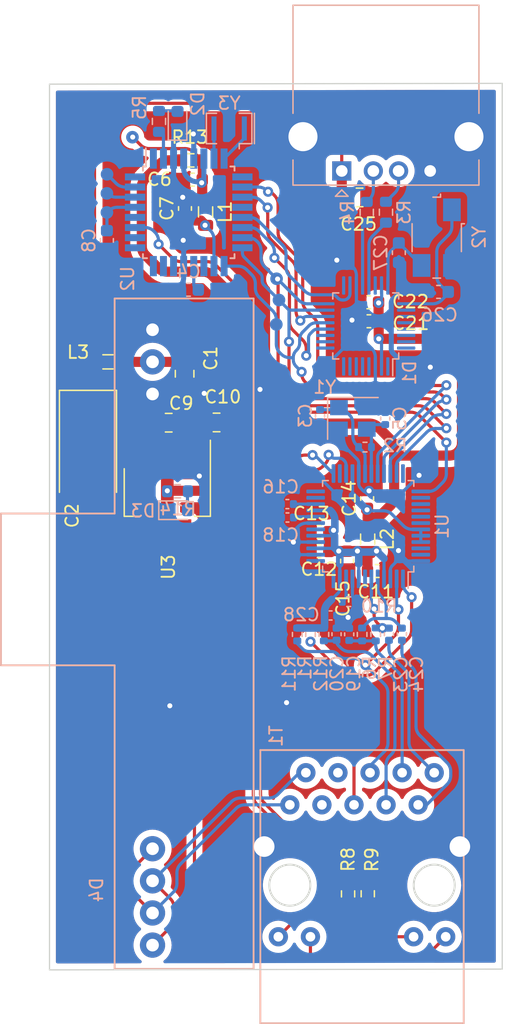
<source format=kicad_pcb>
(kicad_pcb (version 20211014) (generator pcbnew)
  (layers (0 "F.Cu" signal) (31 "B.Cu" signal) (34 "B.Paste" user) (35 "F.Paste" user) (36 "B.SilkS" user "B.Silkscreen") (37 "F.SilkS" user "F.Silkscreen") (38 "B.Mask" user) (39 "F.Mask" user) (44 "Edge.Cuts" user))
  (net 0 "")
  (net 1 "Net-(C3-Pad1)")
  (net 17 "Net-(C20-Pad1)")
  (net 42 "Net-(C1-Pad1)")
  (net 43 "GND")
  (net 44 "+5V")
  (net 45 "Net-(C4-Pad1)")
  (net 46 "Net-(C5-Pad1)")
  (net 47 "Net-(C6-Pad1)")
  (net 48 "+3.3V")
  (net 49 "Net-(C7-Pad1)")
  (net 50 "Net-(C27-Pad1)")
  (net 51 "Net-(R1-Pad2)")
  (net 52 "Net-(C11-Pad1)")
  (net 53 "Net-(C16-Pad1)")
  (net 54 "Net-(J1-Pad2)")
  (net 55 "Net-(J1-Pad3)")
  (net 56 "Net-(U2-Pad7)")
  (net 57 "Net-(U2-Pad8)")
  (net 58 "RST")
  (net 59 "Net-(C18-Pad1)")
  (net 60 "Net-(R11-Pad2)")
  (net 61 "Net-(C19-Pad1)")
  (net 62 "Net-(C24-Pad1)")
  (net 63 "Net-(C23-Pad1)")
  (net 64 "Net-(C23-Pad2)")
  (net 65 "Net-(C24-Pad2)")
  (net 66 "Net-(C26-Pad1)")
  (net 67 "Net-(D1-Pad20)")
  (net 68 "SCLK")
  (net 69 "SS_USB")
  (net 70 "MISO")
  (net 71 "MOSI")
  (net 72 "INT_USB")
  (net 73 "Net-(D2-Pad2)")
  (net 75 "+PoE")
  (net 76 "Net-(R5-Pad1)")
  (net 77 "Net-(R8-Pad1)")
  (net 78 "Net-(D1-Pad21)")
  (net 79 "Net-(R9-Pad1)")
  (net 80 "Net-(R10-Pad1)")
  (net 81 "SS_ETH")
  (net 83 "RST_ETH")
  (net 84 "RST_USB")
  (net 86 "/RxD")
  (net 87 "/TxD")
  (net 89 "Net-(D3-Pad2)")
  (net 91 "link")
  (net 92 "act")
  (net 93 "-PoE")
  (footprint "Capacitor_SMD:C_0805_2012Metric" (layer "F.Cu") (at 77.62 60.94)
    (fp_text reference "C25")
    (fp_text value "10u")
  )
  (footprint "Inductor_SMD:L_0805_2012Metric" (layer "F.Cu") (at 65.43 62.085 -90)
    (fp_text reference "L1")
    (fp_text value "47u")
  )
  (footprint "Capacitor_SMD:C_0603_1608Metric" (layer "F.Cu") (at 78.221814 84.745 90)
    (fp_text reference "C14")
    (fp_text value "1u")
  )
  (footprint "Capacitor_SMD:C_0603_1608Metric" (layer "F.Cu") (at 78.35 69.23 180)
    (fp_text reference "C22")
    (fp_text value "1u")
  )
  (footprint "Package_TO_SOT_SMD:SOT-223-3_TabPin2" (layer "F.Cu") (at 62.4 84.24 -90)
    (fp_text reference "U3")
    (fp_text value "NCP1117")
  )
  (footprint "Capacitor_SMD:C_0603_1608Metric" (layer "F.Cu") (at 63.8 61.815 90)
    (fp_text reference "C7")
    (fp_text value "10u")
  )
  (footprint "Resistor_SMD:R_0603_1608Metric" (layer "F.Cu") (at 64.27 58.01)
    (fp_text reference "R13")
    (fp_text value "0")
  )
  (footprint "Capacitor_SMD:C_0603_1608Metric" (layer "F.Cu") (at 76.631814 89.685 -90)
    (fp_text reference "C15")
    (fp_text value "1u")
  )
  (footprint "Capacitor_SMD:C_0603_1608Metric" (layer "F.Cu") (at 74.411814 88.905 180)
    (fp_text reference "C12")
    (fp_text value "1u")
  )
  (footprint "Resistor_SMD:R_0603_1608Metric" (layer "F.Cu") (at 78.27 115.99 -90)
    (fp_text reference "R9")
    (fp_text value "100")
  )
  (footprint "Resistor_SMD:R_0603_1608Metric" (layer "F.Cu") (at 76.71 116 -90)
    (fp_text reference "R8")
    (fp_text value "100")
  )
  (footprint "Capacitor_SMD:C_0603_1608Metric" (layer "F.Cu") (at 78.36 70.73 180)
    (fp_text reference "C21")
    (fp_text value "1u")
  )
  (footprint "Capacitor_SMD:C_0603_1608Metric" (layer "F.Cu") (at 79.021814 90.475)
    (fp_text reference "C11")
    (fp_text value "1u")
  )
  (footprint "Inductor_SMD:L_0805_2012Metric" (layer "F.Cu") (at 78.261814 87.955 -90)
    (fp_text reference "L2")
    (fp_text value "10u")
  )
  (footprint "Capacitor_Tantalum_SMD:CP_EIA-7343-15_Kemet-W" (layer "F.Cu") (at 56.12 80.6025 -90)
    (fp_text reference "C2")
    (fp_text value "1000")
  )
  (footprint "Inductor_SMD:L_0805_2012Metric" (layer "F.Cu") (at 57.7 73.94 180)
    (fp_text reference "L3")
    (fp_text value "47u")
  )
  (footprint "Capacitor_SMD:C_0805_2012Metric" (layer "F.Cu") (at 62.51 78.75)
    (fp_text reference "C9")
    (fp_text value "10u")
  )
  (footprint "Capacitor_SMD:C_0603_1608Metric" (layer "F.Cu") (at 74.41 87.39 180)
    (fp_text reference "C13")
    (fp_text value "1u")
  )
  (footprint "Capacitor_SMD:C_0603_1608Metric" (layer "F.Cu") (at 64.39 59.535 180)
    (fp_text reference "C6")
    (fp_text value "1u")
  )
  (footprint "Capacitor_SMD:C_0805_2012Metric" (layer "F.Cu") (at 63.77 74.88 -90)
    (fp_text reference "C1")
    (fp_text value "10u")
  )
  (footprint "Capacitor_SMD:C_0805_2012Metric" (layer "F.Cu") (at 66.3 78.73 180)
    (fp_text reference "C10")
    (fp_text value "10u")
  )
  (footprint "Resistor_SMD:R_0402_1005Metric" (layer "B.Cu") (at 72.686814 95.49 -90)
    (fp_text reference "R11")
    (fp_text value "49R9")
  )
  (footprint "Resistor_SMD:R_0402_1005Metric" (layer "B.Cu") (at 73.736814 95.489214 -90)
    (fp_text reference "R1")
    (fp_text value "49R9")
  )
  (footprint "Crystal:Resonator_SMD_Murata_CSTxExxV-3Pin_3.0x1.1mm" (layer "B.Cu") (at 67.295 55.49 180)
    (fp_text reference "Y3")
    (fp_text value "8MHz")
  )
  (footprint "Package_QFP:LQFP-48_7x7mm_P0.5mm" (layer "B.Cu") (at 78.305 86.934214 90)
    (fp_text reference "U1")
    (fp_text value "W5500")
  )
  (footprint "Capacitor_SMD:C_0402_1005Metric" (layer "B.Cu") (at 71.9125 86.244214 180)
    (fp_text reference "C18")
    (fp_text value "4.7u")
  )
  (footprint "lib:conn_mini" (layer "B.Cu") (at 57.62 62.13 -90)
    (fp_text reference "J6" hide)
    (fp_text value "reset")
  )
  (footprint "Capacitor_SMD:C_0603_1608Metric" (layer "B.Cu") (at 57.62 64.34 -90)
    (fp_text reference "C8")
    (fp_text value "10n")
  )
  (footprint "Package_QFP:TQFP-32_7x7mm_P0.8mm" (layer "B.Cu") (at 64.095 62.12 -90)
    (fp_text reference "U2")
    (fp_text value "ATmega328P")
  )
  (footprint "Resistor_SMD:R_0603_1608Metric" (layer "B.Cu") (at 63.21 84.17)
    (fp_text reference "R14")
    (fp_text value "1k")
  )
  (footprint "Crystal:Crystal_SMD_3225-4Pin_3.2x2.5mm" (layer "B.Cu") (at 77.09 78.41)
    (fp_text reference "Y1")
    (fp_text value "25MHz")
  )
  (footprint "lib:conn_mini" (layer "B.Cu") (at 57.67 67.42 -90)
    (fp_text reference "J7" hide)
    (fp_text value "gnd")
  )
  (footprint "lib:conn_mini" (layer "B.Cu") (at 71.05 67.37 -90)
    (fp_text reference "J3" hide)
    (fp_text value "mosi")
  )
  (footprint "Capacitor_SMD:C_0402_1005Metric" (layer "B.Cu") (at 71.905 85.184214 180)
    (fp_text reference "C16")
    (fp_text value "10n")
  )
  (footprint "lib:HY931147C" (layer "B.Cu") (at 77.815 115.31)
    (fp_text reference "T1")
    (fp_text value "HY931147C")
    (fp_circle (center 5.715 0) (end 7.34 0) (layer "Edge.Cuts") (width 0.15) (fill none))
    (fp_circle (center -5.715 0) (end -4.09 0) (layer "Edge.Cuts") (width 0.15) (fill none))
  )
  (footprint "Resistor_SMD:R_0402_1005Metric" (layer "B.Cu") (at 78.05 80.68)
    (fp_text reference "R2")
    (fp_text value "1M")
  )
  (footprint "LED_SMD:LED_0603_1608Metric" (layer "B.Cu") (at 63.21 85.67)
    (fp_text reference "D3")
    (fp_text value "LED")
  )
  (footprint "Connector_USB:USB_A_CONNFLY_DS1095-WNR0" (layer "B.Cu") (at 76.21 58.8475)
    (fp_text reference "J1" hide)
    (fp_text value "USBA DS1095B-R")
  )
  (footprint "Capacitor_SMD:C_0402_1005Metric" (layer "B.Cu") (at 75.7975 95.469214 90)
    (fp_text reference "C20")
    (fp_text value "22n")
  )
  (footprint "Capacitor_SMD:C_0402_1005Metric" (layer "B.Cu") (at 76.8 95.48 90)
    (fp_text reference "C19")
    (fp_text value "10n")
  )
  (footprint "Package_QFP:PQFP-32_5x5mm_P0.5mm" (layer "B.Cu") (at 78.11 71.1 90)
    (fp_text reference "D1")
    (fp_text value "MAX3421")
  )
  (footprint "Capacitor_SMD:C_0402_1005Metric" (layer "B.Cu") (at 74.49 78.2 -90)
    (fp_text reference "C3")
    (fp_text value "10p")
  )
  (footprint "Capacitor_SMD:C_0402_1005Metric" (layer "B.Cu") (at 75.33 93.99)
    (fp_text reference "C28")
    (fp_text value "1u")
  )
  (footprint "lib:conn_mini" (layer "B.Cu") (at 71.24 69.05 -90)
    (fp_text reference "J4" hide)
    (fp_text value "miso")
  )
  (footprint "Resistor_SMD:R_0402_1005Metric" (layer "B.Cu") (at 76.76 92.9)
    (fp_text reference "R10")
    (fp_text value "12.4k")
  )
  (footprint "Capacitor_SMD:C_0603_1608Metric" (layer "B.Cu") (at 83.87 68.41 180)
    (fp_text reference "C26")
    (fp_text value "8p")
  )
  (footprint "Capacitor_SMD:C_0603_1608Metric" (layer "B.Cu") (at 64.08 68.24 180)
    (fp_text reference "C4")
    (fp_text value "1u")
  )
  (footprint "lib:conn_mini" (layer "B.Cu") (at 57.63 59.11 -90)
    (fp_text reference "J8" hide)
    (fp_text value "gnd")
  )
  (footprint "Resistor_SMD:R_0402_1005Metric" (layer "B.Cu") (at 77.8225 95.489214 -90)
    (fp_text reference "R6")
    (fp_text value "82")
  )
  (footprint "Capacitor_SMD:C_0402_1005Metric" (layer "B.Cu") (at 80.9725 95.469214 -90)
    (fp_text reference "C24")
    (fp_text value "6.8n")
  )
  (footprint "Resistor_SMD:R_0402_1005Metric" (layer "B.Cu") (at 74.7975 95.489214 -90)
    (fp_text reference "R12")
    (fp_text value "10")
  )
  (footprint "lib:conn_mini" (layer "B.Cu") (at 59.64 56.18 -90)
    (fp_text reference "J9" hide)
    (fp_text value "PW")
  )
  (footprint "Resistor_SMD:R_0402_1005Metric" (layer "B.Cu") (at 78.8975 95.489214 -90)
    (fp_text reference "R7")
    (fp_text value "82")
  )
  (footprint "lib:conn_mini" (layer "B.Cu") (at 57.62 60.62 -90)
    (fp_text reference "J2" hide)
    (fp_text value "gnd")
  )
  (footprint "Capacitor_SMD:C_0402_1005Metric" (layer "B.Cu") (at 79.9475 95.469214 -90)
    (fp_text reference "C23")
    (fp_text value "6.8n")
  )
  (footprint "lib:TR9400" (layer "B.Cu") (at 61.23 109.93 90)
    (fp_text reference "D4")
    (fp_text value "RT9400")
  )
  (footprint "Resistor_SMD:R_0603_1608Metric" (layer "B.Cu") (at 61.74 54.93 90)
    (fp_text reference "R5")
    (fp_text value "1k")
  )
  (footprint "Crystal:Crystal_SMD_0603-4Pin_6.0x3.5mm" (layer "B.Cu") (at 83.73 64.12 -90)
    (fp_text reference "Y2")
    (fp_text value "12MHz")
  )
  (footprint "Resistor_SMD:R_0603_1608Metric" (layer "B.Cu") (at 79.71 62.11 90)
    (fp_text reference "R3")
    (fp_text value "33")
  )
  (footprint "Resistor_SMD:R_0603_1608Metric" (layer "B.Cu") (at 78.19 62.12 90)
    (fp_text reference "R4")
    (fp_text value "33")
  )
  (footprint "Capacitor_SMD:C_0402_1005Metric" (layer "B.Cu") (at 79.65 78.42 90)
    (fp_text reference "C5")
    (fp_text value "10p")
  )
  (footprint "Capacitor_SMD:C_0603_1608Metric" (layer "B.Cu") (at 80.73 65.31 -90)
    (fp_text reference "C27")
    (fp_text value "8p")
  )
  (footprint "lib:conn_mini" (layer "B.Cu") (at 71.03 70.98 -90)
    (fp_text reference "J5" hide)
    (fp_text value "sclk")
  )
  (footprint "LED_SMD:LED_0603_1608Metric" (layer "B.Cu") (at 63.21 54.93 90)
    (fp_text reference "D2")
    (fp_text value "LED")
  )
  (gr_line (start 53.073554 122.008946) (end 53.073554 51.983946) (layer "Edge.Cuts") (width 0.1))
  (gr_line (start 53.073554 51.983946) (end 88.913554 51.921446) (layer "Edge.Cuts") (width 0.1))
  (gr_line (start 88.913554 51.921446) (end 88.913554 121.946446) (layer "Edge.Cuts") (width 0.1))
  (gr_line (start 88.913554 121.946446) (end 53.073554 122.008946) (layer "Edge.Cuts") (width 0.1))
  (segment (start 78.055 82.771714) (end 78.055 81.402107) (width 0.25) (layer "B.Cu") (net 1))
  (segment (start 74.49 77.72) (end 75.83 77.72) (width 0.25) (layer "B.Cu") (net 1))
  (segment (start 77.09 79.815786) (end 77.09 78.814214) (width 0.25) (layer "B.Cu") (net 1))
  (segment (start 76.797107 78.107107) (end 76.25 77.56) (width 0.25) (layer "B.Cu") (net 1))
  (segment (start 77.908553 81.048553) (end 77.54 80.68) (width 0.25) (layer "B.Cu") (net 1))
  (segment (start 76.25 77.56) (end 75.99 77.56) (width 0.25) (layer "B.Cu") (net 1))
  (segment (start 75.83 77.72) (end 75.99 77.56) (width 0.25) (layer "B.Cu") (net 1))
  (arc (start 77.382893 80.522893) (mid 77.16612 80.19847) (end 77.09 79.815786) (width 0.25) (layer "B.Cu") (net 1))
  (arc (start 77.09 78.814214) (mid 77.01388 78.431531) (end 76.797107 78.107107) (width 0.25) (layer "B.Cu") (net 1))
  (arc (start 78.055 81.402107) (mid 78.01694 81.210765) (end 77.908553 81.048553) (width 0.25) (layer "B.Cu") (net 1))
  (segment (start 74.7975 95.999214) (end 75.279214 95.999214) (width 0.25) (layer "B.Cu") (net 17))
  (segment (start 80.42 104.275786) (end 80.42 99.414214) (width 0.25) (layer "B.Cu") (net 17))
  (segment (start 77.855786 96.85) (end 76.844214 96.85) (width 0.25) (layer "B.Cu") (net 17))
  (segment (start 80.012893 105.097107) (end 80.127107 104.982893) (width 0.25) (layer "B.Cu") (net 17))
  (segment (start 76.137107 96.557107) (end 75.943946 96.363946) (width 0.25) (layer "B.Cu") (net 17))
  (segment (start 75.7975 96.010393) (end 75.7975 95.949214) (width 0.25) (layer "B.Cu") (net 17))
  (segment (start 75.279214 95.999214) (end 75.7475 95.999214) (width 0.25) (layer "B.Cu") (net 17))
  (segment (start 80.127107 98.707107) (end 78.562893 97.142893) (width 0.25) (layer "B.Cu") (net 17))
  (segment (start 79.72 108.96) (end 79.72 105.804214) (width 0.25) (layer "B.Cu") (net 17))
  (arc (start 77.855786 96.85) (mid 78.238469 96.92612) (end 78.562893 97.142893) (width 0.25) (layer "B.Cu") (net 17))
  (arc (start 80.42 104.275786) (mid 80.34388 104.658469) (end 80.127107 104.982893) (width 0.25) (layer "B.Cu") (net 17))
  (arc (start 76.844214 96.85) (mid 76.461531 96.77388) (end 76.137107 96.557107) (width 0.25) (layer "B.Cu") (net 17))
  (arc (start 75.7975 96.010393) (mid 75.83556 96.201734) (end 75.943946 96.363946) (width 0.25) (layer "B.Cu") (net 17))
  (arc (start 79.72 105.804214) (mid 79.79612 105.421531) (end 80.012893 105.097107) (width 0.25) (layer "B.Cu") (net 17))
  (arc (start 80.127107 98.707107) (mid 80.34388 99.03153) (end 80.42 99.414214) (width 0.25) (layer "B.Cu") (net 17))
  (segment (start 58.7625 73.94) (end 63.76 73.94) (width 0.8) (layer "F.Cu") (net 42))
  (segment (start 63.76 73.94) (end 63.77 73.93) (width 0.25) (layer "F.Cu") (net 42))
  (via (at 62.6 101.13) (size 0.8) (drill 0.4) (layers "F.Cu" "B.Cu") (net 43))
  (via (at 83.22 74.36) (size 0.8) (drill 0.4) (layers "F.Cu" "B.Cu") (net 43))
  (via (at 65.32 76.43) (size 0.8) (drill 0.4) (layers "F.Cu" "B.Cu") (net 43))
  (via (at 75.82 65.9) (size 0.8) (drill 0.4) (layers "F.Cu" "B.Cu") (net 43))
  (via (at 71.84 100.88) (size 0.8) (drill 0.4) (layers "F.Cu" "B.Cu") (net 43))
  (via (at 77.02 70.64) (size 0.8) (drill 0.4) (layers "F.Cu" "B.Cu") (net 43))
  (via (at 82.33 82.91) (size 0.8) (drill 0.4) (layers "F.Cu" "B.Cu") (net 43))
  (via (at 64.935 82.965) (size 0.8) (drill 0.4) (layers "F.Cu" "B.Cu") (net 43))
  (via (at 78.371814 84.135) (size 0.8) (drill 0.4) (layers "F.Cu" "B.Cu") (net 43))
  (via (at 80.7 88.86) (size 0.8) (drill 0.4) (layers "F.Cu" "B.Cu") (net 43))
  (via (at 63.66 64.33) (size 0.8) (drill 0.4) (layers "F.Cu" "B.Cu") (net 43))
  (via (at 63.62 60.93) (size 0.8) (drill 0.4) (layers "F.Cu" "B.Cu") (net 43))
  (via (at 72.38 88.19) (size 0.8) (drill 0.4) (layers "F.Cu" "B.Cu") (net 43))
  (via (at 69.74 76.12) (size 0.8) (drill 0.4) (layers "F.Cu" "B.Cu") (net 43))
  (via (at 76.71 94.14) (size 0.8) (drill 0.4) (layers "F.Cu" "B.Cu") (net 43))
  (via (at 64.46 55.92) (size 0.8) (drill 0.4) (layers "F.Cu" "B.Cu") (net 43))
  (segment (start 63.402107 67.967893) (end 62.67 68.7) (width 0.4) (layer "B.Cu") (net 43))
  (segment (start 80.9825 84.274214) (end 82.3025 82.954214) (width 0.25) (layer "B.Cu") (net 43))
  (segment (start 77.408553 81.608553) (end 75.99 80.19) (width 0.25) (layer "B.Cu") (net 43))
  (segment (start 78.87 74.3) (end 78.87 73.584214) (width 0.25) (layer "B.Cu") (net 43))
  (segment (start 63.695 66.37) (end 63.695 67.260786) (width 0.4) (layer "B.Cu") (net 43))
  (segment (start 64.495 56.115) (end 64.495 57.87) (width 0.4) (layer "B.Cu") (net 43))
  (segment (start 74.1425 86.684214) (end 73.446714 86.684214) (width 0.25) (layer "B.Cu") (net 43))
  (segment (start 63.187893 55.739607) (end 63.21 55.7175) (width 0.4) (layer "B.Cu") (net 43))
  (segment (start 77.555 82.771714) (end 77.555 81.962107) (width 0.25) (layer "B.Cu") (net 43))
  (segment (start 78.87 74.3) (end 78.87 75.81) (width 0.25) (layer "B.Cu") (net 43))
  (segment (start 80.5825 89.684214) (end 82.4675 89.684214) (width 0.25) (layer "B.Cu") (net 43))
  (segment (start 77.37 67.9) (end 77.37 67.114214) (width 0.25) (layer "B.Cu") (net 43))
  (segment (start 72.739607 86.977107) (end 72.0625 87.654214) (width 0.25) (layer "B.Cu") (net 43))
  (segment (start 63.695 66.37) (end 63.695 63.147) (width 0.4) (layer "B.Cu") (net 43))
  (segment (start 77.055 91.096714) (end 77.055 92.381079) (width 0.25) (layer "B.Cu") (net 43))
  (segment (start 81.36 74.35) (end 80.276447 73.266447) (width 0.4) (layer "B.Cu") (net 43))
  (segment (start 73.974143 82.605857) (end 75.4025 84.034214) (width 0.25) (layer "B.Cu") (net 43))
  (segment (start 77.701447 83.923161) (end 77.906054 84.127768) (width 0.25) (layer "B.Cu") (net 43))
  (segment (start 77.01 72.2) (end 75.21 74) (width 0.25) (layer "B.Cu") (net 43))
  (segment (start 62.895 57.87) (end 62.895 56.446714) (width 0.4) (layer "B.Cu") (net 43))
  (segment (start 74.1425 89.184214) (end 72.0225 89.184214) (width 0.25) (layer "B.Cu") (net 43))
  (segment (start 74.1425 88.184214) (end 72.8425 88.184214) (width 0.25) (layer "B.Cu") (net 43))
  (segment (start 63.21 55.7175) (end 64.0975 55.7175) (width 0.4) (layer "B.Cu") (net 43))
  (segment (start 72.8425 88.184214) (end 72.7925 88.134214) (width 0.25) (layer "B.Cu") (net 43))
  (segment (start 75.4025 84.034214) (end 75.9525 84.584214) (width 0.25) (layer "B.Cu") (net 43))
  (segment (start 62.895 57.87) (end 62.895 62.347) (width 0.4) (layer "B.Cu") (net 43))
  (segment (start 78.259607 84.274214) (end 80.9825 84.274214) (width 0.25) (layer "B.Cu") (net 43))
  (segment (start 80.201447 90.065267) (end 80.5825 89.684214) (width 0.25) (layer "B.Cu") (net 43))
  (segment (start 75.8325 94.964214) (end 75.8425 94.954214) (width 0.25) (layer "B.Cu") (net 43))
  (segment (start 77.077107 66.407107) (end 76.89 66.22) (width 0.25) (layer "B.Cu") (net 43))
  (segment (start 64.0975 55.7175) (end 64.495 56.115) (width 0.4) (layer "B.Cu") (net 43))
  (segment (start 76.89 66.22) (end 76.77 66.1) (width 0.25) (layer "B.Cu") (net 43))
  (segment (start 77.201447 92.734633) (end 77.321814 92.855) (width 0.25) (layer "B.Cu") (net 43))
  (segment (start 80.8025 89.254214) (end 82.6325 91.084214) (width 0.5) (layer "B.Cu") (net 43))
  (segment (start 80.276447 68.953553) (end 81.02 68.21) (width 0.4) (layer "B.Cu") (net 43))
  (segment (start 78.577107 72.877107) (end 77.9 72.2) (width 0.25) (layer "B.Cu") (net 43))
  (segment (start 80.055 91.096714) (end 80.055 90.418821) (width 0.25) (layer "B.Cu") (net 43))
  (segment (start 75.99 80.19) (end 75.99 79.26) (width 0.25) (layer "B.Cu") (net 43))
  (segment (start 77.555 82.771714) (end 77.555 83.569607) (width 0.25) (layer "B.Cu") (net 43))
  (segment (start 77.37 67.9) (end 77.37 69.98) (width 0.25) (layer "B.Cu") (net 43))
  (segment (start 80.13 72.912893) (end 80.13 69.307107) (width 0.4) (layer "B.Cu") (net 43))
  (arc (start 80.055 90.418821) (mid 80.09306 90.227479) (end 80.201447 90.065267) (width 0.25) (layer "B.Cu") (net 43))
  (arc (start 78.577107 72.877107) (mid 78.79388 73.20153) (end 78.87 73.584214) (width 0.25) (layer "B.Cu") (net 43))
  (arc (start 77.555 81.962107) (mid 77.51694 81.770765) (end 77.408553 81.608553) (width 0.25) (layer "B.Cu") (net 43))
  (arc (start 77.555 83.569607) (mid 77.59306 83.760949) (end 77.701447 83.923161) (width 0.25) (layer "B.Cu") (net 43))
  (arc (start 80.13 69.307107) (mid 80.16806 69.115765) (end 80.276447 68.953553) (width 0.4) (layer "B.Cu") (net 43))
  (arc (start 77.055 92.381079) (mid 77.09306 92.572421) (end 77.201447 92.734633) (width 0.25) (layer "B.Cu") (net 43))
  (arc (start 63.187893 55.739607) (mid 62.97112 56.06403) (end 62.895 56.446714) (width 0.4) (layer "B.Cu") (net 43))
  (arc (start 77.37 67.114214) (mid 77.29388 66.731531) (end 77.077107 66.407107) (width 0.25) (layer "B.Cu") (net 43))
  (arc (start 72.739607 86.977107) (mid 73.06403 86.760334) (end 73.446714 86.684214) (width 0.25) (layer "B.Cu") (net 43))
  (arc (start 77.906054 84.127768) (mid 78.068266 84.236154) (end 78.259607 84.274214) (width 0.25) (layer "B.Cu") (net 43))
  (arc (start 80.276447 73.266447) (mid 80.16806 73.104235) (end 80.13 72.912893) (width 0.4) (layer "B.Cu") (net 43))
  (arc (start 63.695 67.260786) (mid 63.61888 67.643469) (end 63.402107 67.967893) (width 0.4) (layer "B.Cu") (net 43))
  (segment (start 57.087107 78.457107) (end 56.12 77.49) (width 0.8) (layer "F.Cu") (net 44))
  (segment (start 76.21 58.8475) (end 76.21 60.065786) (width 0.8) (layer "F.Cu") (net 44))
  (segment (start 56.6375 73.94) (end 56.6375 55.846714) (width 0.25) (layer "F.Cu") (net 44))
  (segment (start 60.14 78.75) (end 58.82 78.75) (width 0.8) (layer "F.Cu") (net 44))
  (segment (start 61.56 78.75) (end 60.14 78.75) (width 0.8) (layer "F.Cu") (net 44))
  (segment (start 76.21 56.014214) (end 76.21 58.8475) (width 0.25) (layer "F.Cu") (net 44))
  (segment (start 56.930393 55.139607) (end 58.277107 53.792893) (width 0.25) (layer "F.Cu") (net 44))
  (segment (start 56.12 77.49) (end 56.12 74.4575) (width 0.8) (layer "F.Cu") (net 44))
  (segment (start 58.82 78.75) (end 57.794214 78.75) (width 0.8) (layer "F.Cu") (net 44))
  (segment (start 74.402893 53.792893) (end 75.917107 55.307107) (width 0.25) (layer "F.Cu") (net 44))
  (segment (start 56.12 74.4575) (end 56.6375 73.94) (width 0.8) (layer "F.Cu") (net 44))
  (segment (start 60.1 78.79) (end 60.14 78.75) (width 0.25) (layer "F.Cu") (net 44))
  (segment (start 58.984214 53.5) (end 73.695786 53.5) (width 0.25) (layer "F.Cu") (net 44))
  (segment (start 76.502893 60.772893) (end 76.67 60.94) (width 0.8) (layer "F.Cu") (net 44))
  (segment (start 60.1 81.09) (end 60.1 78.79) (width 0.8) (layer "F.Cu") (net 44))
  (arc (start 57.087107 78.457107) (mid 57.41153 78.67388) (end 57.794214 78.75) (width 0.8) (layer "F.Cu") (net 44))
  (arc (start 58.277107 53.792893) (mid 58.601531 53.57612) (end 58.984214 53.5) (width 0.25) (layer "F.Cu") (net 44))
  (arc (start 56.6375 55.846714) (mid 56.71362 55.464031) (end 56.930393 55.139607) (width 0.25) (layer "F.Cu") (net 44))
  (arc (start 76.21 56.014214) (mid 76.13388 55.631531) (end 75.917107 55.307107) (width 0.25) (layer "F.Cu") (net 44))
  (arc (start 76.502893 60.772893) (mid 76.28612 60.44847) (end 76.21 60.065786) (width 0.8) (layer "F.Cu") (net 44))
  (arc (start 73.695786 53.5) (mid 74.078469 53.57612) (end 74.402893 53.792893) (width 0.25) (layer "F.Cu") (net 44))
  (segment (start 64.495 67.88) (end 64.855 68.24) (width 0.25) (layer "B.Cu") (net 45))
  (segment (start 64.495 66.37) (end 64.495 67.88) (width 0.25) (layer "B.Cu") (net 45))
  (segment (start 78.555 80.685) (end 78.56 80.68) (width 0.25) (layer "B.Cu") (net 46))
  (segment (start 78.55 78.9) (end 78.19 79.26) (width 0.25) (layer "B.Cu") (net 46))
  (segment (start 78.555 82.771714) (end 78.555 80.685) (width 0.25) (layer "B.Cu") (net 46))
  (segment (start 79.65 78.9) (end 78.55 78.9) (width 0.25) (layer "B.Cu") (net 46))
  (segment (start 78.56 80.68) (end 78.56 79.55) (width 0.25) (layer "B.Cu") (net 46))
  (segment (start 65.095 57.965) (end 64.502893 57.372893) (width 0.25) (layer "F.Cu") (net 47))
  (segment (start 65.11 58.245) (end 65.11 59.48) (width 0.6) (layer "F.Cu") (net 47))
  (segment (start 60.277107 56.787107) (end 59.66 56.17) (width 0.25) (layer "F.Cu") (net 47))
  (segment (start 65.165 59.535) (end 65.165 60.550393) (width 0.8) (layer "F.Cu") (net 47))
  (segment (start 65.11 59.48) (end 65.165 59.535) (width 0.25) (layer "F.Cu") (net 47))
  (segment (start 63.795786 57.08) (end 60.984214 57.08) (width 0.25) (layer "F.Cu") (net 47))
  (segment (start 65.311447 60.903947) (end 65.43 61.0225) (width 0.8) (layer "F.Cu") (net 47))
  (segment (start 65.095 58.01) (end 65.095 57.965) (width 0.25) (layer "F.Cu") (net 47))
  (via (at 65.12 59.78) (size 0.8) (drill 0.4) (layers "F.Cu" "B.Cu") (net 47))
  (via (at 59.66 56.17) (size 0.8) (drill 0.4) (layers "F.Cu" "B.Cu") (net 47))
  (arc (start 60.277107 56.787107) (mid 60.60153 57.00388) (end 60.984214 57.08) (width 0.25) (layer "F.Cu") (net 47))
  (arc (start 64.502893 57.372893) (mid 64.17847 57.15612) (end 63.795786 57.08) (width 0.25) (layer "F.Cu") (net 47))
  (arc (start 65.311447 60.903947) (mid 65.20306 60.741735) (end 65.165 60.550393) (width 0.8) (layer "F.Cu") (net 47))
  (segment (start 65.295 57.87) (end 65.295 59.665) (width 0.4) (layer "B.Cu") (net 47))
  (segment (start 64.754214 59.7) (end 65.26 59.7) (width 0.4) (layer "B.Cu") (net 47))
  (segment (start 65.295 59.665) (end 65.26 59.7) (width 0.25) (layer "B.Cu") (net 47))
  (segment (start 63.987893 59.347893) (end 64.047107 59.407107) (width 0.4) (layer "B.Cu") (net 47))
  (segment (start 63.695 57.87) (end 63.695 58.640786) (width 0.4) (layer "B.Cu") (net 47))
  (arc (start 64.754214 59.7) (mid 64.371531 59.62388) (end 64.047107 59.407107) (width 0.4) (layer "B.Cu") (net 47))
  (arc (start 63.695 58.640786) (mid 63.77112 59.023469) (end 63.987893 59.347893) (width 0.4) (layer "B.Cu") (net 47))
  (segment (start 65.910893 83.839107) (end 66.957107 82.792893) (width 0.8) (layer "F.Cu") (net 48))
  (segment (start 73.74 120.96) (end 68.004214 120.96) (width 0.25) (layer "F.Cu") (net 48))
  (segment (start 79.135 70.73) (end 79.135 72.115) (width 0.8) (layer "F.Cu") (net 48))
  (segment (start 78.395786 78.82) (end 67.34 78.82) (width 0.8) (layer "F.Cu") (net 48))
  (segment (start 79.125 69.23) (end 79.125 70.72) (width 0.8) (layer "F.Cu") (net 48))
  (segment (start 82.455786 120.96) (end 73.74 120.96) (width 0.25) (layer "F.Cu") (net 48))
  (segment (start 62.4 84.132) (end 62.4 87.39) (width 1) (layer "F.Cu") (net 48))
  (segment (start 79.125 70.72) (end 79.135 70.73) (width 0.25) (layer "F.Cu") (net 48))
  (segment (start 63.445 58.01) (end 62.504214 58.01) (width 0.8) (layer "F.Cu") (net 48))
  (segment (start 85.73 80.335786) (end 85.73 74.874214) (width 0.8) (layer "F.Cu") (net 48))
  (segment (start 78.261814 86.8925) (end 78.261814 86.258186) (width 0.8) (layer "F.Cu") (net 48))
  (segment (start 61.797107 58.302893) (end 60.672893 59.427107) (width 0.8) (layer "F.Cu") (net 48))
  (segment (start 65.942893 67.102893) (end 66.957107 68.117107) (width 0.8) (layer "F.Cu") (net 48))
  (segment (start 78.284314 86.915) (end 78.261814 86.8925) (width 0.25) (layer "F.Cu") (net 48))
  (segment (start 62.4 81.09) (end 62.4 84.132) (width 1) (layer "F.Cu") (net 48))
  (segment (start 78.261814 86.258186) (end 78.261814 85.63) (width 0.8) (layer "F.Cu") (net 48))
  (segment (start 84.44 119.39) (end 83.162893 120.667107) (width 0.25) (layer "F.Cu") (net 48))
  (segment (start 67.297107 120.667107) (end 64.842893 118.212893) (width 0.25) (layer "F.Cu") (net 48))
  (segment (start 80.36 81.35) (end 84.715786 81.35) (width 0.8) (layer "F.Cu") (net 48))
  (segment (start 60.672893 65.512893) (end 61.677107 66.517107) (width 0.8) (layer "F.Cu") (net 48))
  (segment (start 82.975786 72.12) (end 79.14 72.12) (width 0.8) (layer "F.Cu") (net 48))
  (segment (start 80.067107 80.077107) (end 79.102893 79.112893) (width 0.8) (layer "F.Cu") (net 48))
  (segment (start 78.261814 86.258186) (end 78.6876 86.258186) (width 0.8) (layer "F.Cu") (net 48))
  (segment (start 78.261814 85.63) (end 78.231814 85.6) (width 0.25) (layer "F.Cu") (net 48))
  (segment (start 80.36 84.585786) (end 80.36 81.35) (width 0.8) (layer "F.Cu") (net 48))
  (segment (start 64.257107 89.247107) (end 62.4 87.39) (width 0.25) (layer "F.Cu") (net 48))
  (segment (start 73.73 120.95) (end 73.74 120.96) (width 0.25) (layer "F.Cu") (net 48))
  (segment (start 62.384214 66.81) (end 65.235786 66.81) (width 0.8) (layer "F.Cu") (net 48))
  (segment (start 62.4 84.132) (end 65.203786 84.132) (width 0.8) (layer "F.Cu") (net 48))
  (segment (start 79.135 72.115) (end 79.14 72.12) (width 0.25) (layer "F.Cu") (net 48))
  (segment (start 80.36 81.35) (end 80.36 80.784214) (width 0.8) (layer "F.Cu") (net 48))
  (segment (start 73.73 119.39) (end 73.73 120.95) (width 0.25) (layer "F.Cu") (net 48))
  (segment (start 67.25 82.085786) (end 67.25 78.73) (width 0.8) (layer "F.Cu") (net 48))
  (segment (start 67.34 78.82) (end 67.25 78.73) (width 0.8) (layer "F.Cu") (net 48))
  (segment (start 85.422893 81.057107) (end 85.437107 81.042893) (width 0.8) (layer "F.Cu") (net 48))
  (segment (start 79.394707 85.965293) (end 80.067107 85.292893) (width 0.8) (layer "F.Cu") (net 48))
  (segment (start 67.25 68.824214) (end 67.25 78.73) (width 0.8) (layer "F.Cu") (net 48))
  (segment (start 64.55 117.505786) (end 64.55 89.954214) (width 0.25) (layer "F.Cu") (net 48))
  (segment (start 85.437107 74.167107) (end 83.682893 72.412893) (width 0.8) (layer "F.Cu") (net 48))
  (segment (start 60.38 60.134214) (end 60.38 64.805786) (width 0.8) (layer "F.Cu") (net 48))
  (via (at 62.4 84.132) (size 0.8) (drill 0.4) (layers "F.Cu" "B.Cu") (net 48))
  (via (at 79.13 69.28) (size 0.8) (drill 0.4) (layers "F.Cu" "B.Cu") (net 48))
  (via (at 78.211814 85.635) (size 0.8) (drill 0.4) (layers "F.Cu" "B.Cu") (net 48))
  (via (at 79.14 72.12) (size 0.8) (drill 0.4) (layers "F.Cu" "B.Cu") (net 48))
  (arc (start 68.004214 120.96) (mid 67.621531 120.88388) (end 67.297107 120.667107) (width 0.25) (layer "F.Cu") (net 48))
  (arc (start 85.437107 74.167107) (mid 85.65388 74.49153) (end 85.73 74.874214) (width 0.8) (layer "F.Cu") (net 48))
  (arc (start 64.55 89.954214) (mid 64.47388 89.571531) (end 64.257107 89.247107) (width 0.25) (layer "F.Cu") (net 48))
  (arc (start 80.36 80.784214) (mid 80.28388 80.40153) (end 80.067107 80.077107) (width 0.8) (layer "F.Cu") (net 48))
  (arc (start 79.102893 79.112893) (mid 78.77847 78.89612) (end 78.395786 78.82) (width 0.8) (layer "F.Cu") (net 48))
  (arc (start 65.203786 84.132) (mid 65.586469 84.05588) (end 65.910893 83.839107) (width 0.8) (layer "F.Cu") (net 48))
  (arc (start 64.842893 118.212893) (mid 64.62612 117.88847) (end 64.55 117.505786) (width 0.25) (layer "F.Cu") (net 48))
  (arc (start 60.672893 65.512893) (mid 60.45612 65.18847) (end 60.38 64.805786) (width 0.8) (layer "F.Cu") (net 48))
  (arc (start 60.672893 59.427107) (mid 60.45612 59.75153) (end 60.38 60.134214) (width 0.8) (layer "F.Cu") (net 48))
  (arc (start 65.942893 67.102893) (mid 65.61847 66.88612) (end 65.235786 66.81) (width 0.8) (layer "F.Cu") (net 48))
  (arc (start 61.677107 66.517107) (mid 62.00153 66.73388) (end 62.384214 66.81) (width 0.8) (layer "F.Cu") (net 48))
  (arc (start 84.715786 81.35) (mid 85.098469 81.27388) (end 85.422893 81.057107) (width 0.8) (layer "F.Cu") (net 48))
  (arc (start 67.25 68.824214) (mid 67.17388 68.441531) (end 66.957107 68.117107) (width 0.8) (layer "F.Cu") (net 48))
  (arc (start 82.455786 120.96) (mid 82.838469 120.88388) (end 83.162893 120.667107) (width 0.25) (layer "F.Cu") (net 48))
  (arc (start 82.975786 72.12) (mid 83.358469 72.19612) (end 83.682893 72.412893) (width 0.8) (layer "F.Cu") (net 48))
  (arc (start 78.6876 86.258186) (mid 79.070283 86.182066) (end 79.394707 85.965293) (width 0.8) (layer "F.Cu") (net 48))
  (arc (start 61.797107 58.302893) (mid 62.12153 58.08612) (end 62.504214 58.01) (width 0.8) (layer "F.Cu") (net 48))
  (arc (start 85.437107 81.042893) (mid 85.65388 80.71847) (end 85.73 80.335786) (width 0.8) (layer "F.Cu") (net 48))
  (arc (start 80.067107 85.292893) (mid 80.28388 84.96847) (end 80.36 84.585786) (width 0.8) (layer "F.Cu") (net 48))
  (arc (start 67.25 82.085786) (mid 67.17388 82.468469) (end 66.957107 82.792893) (width 0.8) (layer "F.Cu") (net 48))
  (segment (start 78.2625 85.714214) (end 78.2925 85.714214) (width 0.25) (layer "B.Cu") (net 48))
  (segment (start 81.796714 87.184214) (end 82.4675 87.184214) (width 0.25) (layer "B.Cu") (net 48))
  (segment (start 79.36 74.3) (end 79.36 72.537107) (width 0.25) (layer "B.Cu") (net 48))
  (segment (start 79.213553 72.183553) (end 79.16 72.13) (width 0.25) (layer "B.Cu") (net 48))
  (segment (start 79.37 67.9) (end 79.37 68.832893) (width 0.25) (layer "B.Cu") (net 48))
  (segment (start 78.2925 85.714214) (end 79.498286 85.714214) (width 0.25) (layer "B.Cu") (net 48))
  (segment (start 80.205393 86.007107) (end 81.089607 86.891321) (width 0.25) (layer "B.Cu") (net 48))
  (segment (start 77.055 84.506714) (end 78.2625 85.714214) (width 0.6) (layer "B.Cu") (net 48))
  (segment (start 82.4675 87.684214) (end 82.4675 87.184214) (width 0.25) (layer "B.Cu") (net 48))
  (segment (start 79.223553 69.186447) (end 79.13 69.28) (width 0.25) (layer "B.Cu") (net 48))
  (segment (start 82.4675 88.184214) (end 82.4675 87.684214) (width 0.25) (layer "B.Cu") (net 48))
  (segment (start 79.13 69.28) (end 79.12 69.29) (width 0.25) (layer "B.Cu") (net 48))
  (segment (start 77.055 82.771714) (end 77.055 84.506714) (width 0.25) (layer "B.Cu") (net 48))
  (arc (start 81.796714 87.184214) (mid 81.414031 87.108094) (end 81.089607 86.891321) (width 0.25) (layer "B.Cu") (net 48))
  (arc (start 79.498286 85.714214) (mid 79.880969 85.790334) (end 80.205393 86.007107) (width 0.25) (layer "B.Cu") (net 48))
  (arc (start 79.36 72.537107) (mid 79.32194 72.345765) (end 79.213553 72.183553) (width 0.25) (layer "B.Cu") (net 48))
  (arc (start 79.37 68.832893) (mid 79.33194 69.024235) (end 79.223553 69.186447) (width 0.25) (layer "B.Cu") (net 48))
  (segment (start 64.63 62.765) (end 65.0475 62.765) (width 0.8) (layer "F.Cu") (net 49))
  (segment (start 64.455 62.59) (end 64.63 62.765) (width 0.8) (layer "F.Cu") (net 49))
  (segment (start 65.0475 62.765) (end 65.43 63.1475) (width 0.8) (layer "F.Cu") (net 49))
  (segment (start 63.8 62.59) (end 64.455 62.59) (width 0.8) (layer "F.Cu") (net 49))
  (via (at 65.39 63.14) (size 0.8) (drill 0.4) (layers "F.Cu" "B.Cu") (net 49))
  (segment (start 66.095 66.37) (end 66.095 64.259214) (width 0.25) (layer "B.Cu") (net 49))
  (segment (start 65.802107 63.552107) (end 65.39 63.14) (width 0.25) (layer "B.Cu") (net 49))
  (arc (start 66.095 64.259214) (mid 66.01888 63.876531) (end 65.802107 63.552107) (width 0.25) (layer "B.Cu") (net 49))
  (segment (start 79.87 67.9) (end 79.87 65.809214) (width 0.25) (layer "B.Cu") (net 50))
  (segment (start 82.53 66.32) (end 82.515 66.32) (width 0.25) (layer "B.Cu") (net 50))
  (segment (start 80.162893 65.102107) (end 80.73 64.535) (width 0.25) (layer "B.Cu") (net 50))
  (segment (start 82.515 66.32) (end 80.73 64.535) (width 0.25) (layer "B.Cu") (net 50))
  (arc (start 80.162893 65.102107) (mid 79.94612 65.42653) (end 79.87 65.809214) (width 0.25) (layer "B.Cu") (net 50))
  (segment (start 77.18 108.96) (end 77.18 98.76) (width 0.25) (layer "F.Cu") (net 51))
  (segment (start 81.741814 92.545) (end 81.741814 95.123972) (width 0.25) (layer "F.Cu") (net 51))
  (segment (start 78.135786 98.73) (end 77.21 98.73) (width 0.25) (layer "F.Cu") (net 51))
  (segment (start 77.18 98.76) (end 77.21 98.73) (width 0.25) (layer "F.Cu") (net 51))
  (segment (start 81.448921 95.831079) (end 78.842893 98.437107) (width 0.25) (layer "F.Cu") (net 51))
  (segment (start 77.21 98.73) (end 76.821028 98.73) (width 0.25) (layer "F.Cu") (net 51))
  (segment (start 76.113921 98.437107) (end 73.736814 96.06) (width 0.25) (layer "F.Cu") (net 51))
  (via (at 73.736814 96.06) (size 0.8) (drill 0.4) (layers "F.Cu" "B.Cu") (net 51))
  (via (at 81.741814 92.545) (size 0.8) (drill 0.4) (layers "F.Cu" "B.Cu") (net 51))
  (arc (start 78.842893 98.437107) (mid 78.51847 98.65388) (end 78.135786 98.73) (width 0.25) (layer "F.Cu") (net 51))
  (arc (start 76.113921 98.437107) (mid 76.438344 98.65388) (end 76.821028 98.73) (width 0.25) (layer "F.Cu") (net 51))
  (arc (start 81.448921 95.831079) (mid 81.665694 95.506656) (end 81.741814 95.123972) (width 0.25) (layer "F.Cu") (net 51))
  (segment (start 81.347893 92.151079) (end 81.741814 92.545) (width 0.25) (layer "B.Cu") (net 51))
  (segment (start 81.055 91.096714) (end 81.055 91.443972) (width 0.25) (layer "B.Cu") (net 51))
  (arc (start 81.055 91.443972) (mid 81.13112 91.826655) (end 81.347893 92.151079) (width 0.25) (layer "B.Cu") (net 51))
  (segment (start 75.221814 88.895) (end 75.186814 88.86) (width 0.6) (layer "F.Cu") (net 52))
  (segment (start 78.961814 88.895) (end 75.221814 88.895) (width 0.8) (layer "F.Cu") (net 52))
  (segment (start 75.186814 87.391814) (end 75.185 87.39) (width 0.25) (layer "F.Cu") (net 52))
  (segment (start 78.186814 89.16) (end 78.261814 89.085) (width 0.25) (layer "F.Cu") (net 52))
  (segment (start 75.186814 88.905) (end 75.186814 87.391814) (width 0.8) (layer "F.Cu") (net 52))
  (segment (start 78.246814 89.0325) (end 78.261814 89.0175) (width 0.25) (layer "F.Cu") (net 52))
  (segment (start 78.246814 90.475) (end 78.246814 89.0325) (width 0.8) (layer "F.Cu") (net 52))
  (via (at 78.961814 88.895) (size 0.8) (drill 0.4) (layers "F.Cu" "B.Cu") (net 52))
  (via (at 75.561814 87.255) (size 0.8) (drill 0.4) (layers "F.Cu" "B.Cu") (net 52))
  (via (at 75.971814 88.895) (size 0.8) (drill 0.4) (layers "F.Cu" "B.Cu") (net 52))
  (via (at 77.451814 88.895) (size 0.8) (drill 0.4) (layers "F.Cu" "B.Cu") (net 52))
  (segment (start 75.908553 92.228161) (end 75.4125 92.724214) (width 0.25) (layer "B.Cu") (net 52))
  (segment (start 74.85 94.926714) (end 74.7975 94.979214) (width 0.25) (layer "B.Cu") (net 52))
  (segment (start 75.6325 87.684214) (end 75.6425 87.694214) (width 0.25) (layer "B.Cu") (net 52))
  (segment (start 75.6425 87.694214) (end 75.6425 88.644214) (width 0.6) (layer "B.Cu") (net 52))
  (segment (start 76.1025 89.004214) (end 76.0525 89.054214) (width 0.25) (layer "B.Cu") (net 52))
  (segment (start 75.2825 85.684214) (end 75.369607 85.771321) (width 0.6) (layer "B.Cu") (net 52))
  (segment (start 75.6425 87.334214) (end 75.6425 87.694214) (width 0.25) (layer "B.Cu") (net 52))
  (segment (start 74.85 93.99) (end 74.85 94.926714) (width 0.6) (layer "B.Cu") (net 52))
  (segment (start 74.1425 85.684214) (end 75.2825 85.684214) (width 0.25) (layer "B.Cu") (net 52))
  (segment (start 77.5625 88.974214) (end 77.5325 89.004214) (width 0.25) (layer "B.Cu") (net 52))
  (segment (start 74.1425 87.684214) (end 75.6325 87.684214) (width 0.25) (layer "B.Cu") (net 52))
  (segment (start 75.6025 88.684214) (end 75.6425 88.644214) (width 0.25) (layer "B.Cu") (net 52))
  (segment (start 74.861814 94.9149) (end 74.7975 94.979214) (width 0.25) (layer "B.Cu") (net 52))
  (segment (start 75.6625 87.314214) (end 75.6425 87.334214) (width 0.25) (layer "B.Cu") (net 52))
  (segment (start 77.5325 89.004214) (end 76.1025 89.004214) (width 0.6) (layer "B.Cu") (net 52))
  (segment (start 72.6625 94.979214) (end 73.7475 94.979214) (width 0.6) (layer "B.Cu") (net 52))
  (segment (start 76.055 91.096714) (end 76.055 91.874607) (width 0.25) (layer "B.Cu") (net 52))
  (segment (start 79.0425 88.974214) (end 77.5625 88.974214) (width 0.6) (layer "B.Cu") (net 52))
  (segment (start 73.7475 94.979214) (end 74.7975 94.979214) (width 0.6) (layer "B.Cu") (net 52))
  (segment (start 74.1425 88.684214) (end 75.6025 88.684214) (width 0.25) (layer "B.Cu") (net 52))
  (segment (start 75.6625 86.478428) (end 75.6625 87.314214) (width 0.6) (layer "B.Cu") (net 52))
  (segment (start 74.85 93.99) (end 74.85 93.700928) (width 0.6) (layer "B.Cu") (net 52))
  (segment (start 75.142893 92.993821) (end 75.4125 92.724214) (width 0.6) (layer "B.Cu") (net 52))
  (segment (start 75.6425 88.644214) (end 76.0525 89.054214) (width 0.6) (layer "B.Cu") (net 52))
  (segment (start 79.555 91.096714) (end 79.555 89.486714) (width 0.25) (layer "B.Cu") (net 52))
  (segment (start 77.555 91.096714) (end 77.555 89.936714) (width 0.25) (layer "B.Cu") (net 52))
  (segment (start 79.555 89.486714) (end 79.0425 88.974214) (width 0.6) (layer "B.Cu") (net 52))
  (segment (start 76.06 89.291714) (end 76.055 89.291714) (width 0.25) (layer "B.Cu") (net 52))
  (segment (start 76.055 91.096714) (end 76.055 89.916714) (width 0.25) (layer "B.Cu") (net 52))
  (segment (start 77.555 89.906714) (end 77.555 89.261714) (width 0.6) (layer "B.Cu") (net 52))
  (segment (start 76.055 89.916714) (end 76.055 89.291714) (width 0.6) (layer "B.Cu") (net 52))
  (arc (start 75.142893 92.993821) (mid 74.92612 93.318244) (end 74.85 93.700928) (width 0.6) (layer "B.Cu") (net 52))
  (arc (start 75.908553 92.228161) (mid 76.01694 92.065949) (end 76.055 91.874607) (width 0.25) (layer "B.Cu") (net 52))
  (arc (start 75.6625 86.478428) (mid 75.58638 86.095745) (end 75.369607 85.771321) (width 0.6) (layer "B.Cu") (net 52))
  (segment (start 74.1425 85.184214) (end 72.385 85.184214) (width 0.25) (layer "B.Cu") (net 53))
  (segment (start 78.19 61.295) (end 78.417107 61.067893) (width 0.25) (layer "B.Cu") (net 54))
  (segment (start 78.71 60.360786) (end 78.71 58.8475) (width 0.25) (layer "B.Cu") (net 54))
  (arc (start 78.417107 61.067893) (mid 78.63388 60.74347) (end 78.71 60.360786) (width 0.25) (layer "B.Cu") (net 54))
  (segment (start 79.71 61.285) (end 80.417107 60.577893) (width 0.25) (layer "B.Cu") (net 55))
  (segment (start 80.71 59.870786) (end 80.71 58.8475) (width 0.25) (layer "B.Cu") (net 55))
  (arc (start 80.417107 60.577893) (mid 80.63388 60.25347) (end 80.71 59.870786) (width 0.25) (layer "B.Cu") (net 55))
  (segment (start 66.095 57.87) (end 66.095 55.49) (width 0.25) (layer "B.Cu") (net 56))
  (segment (start 68.495 55.49) (end 68.495 56.27) (width 0.25) (layer "B.Cu") (net 57))
  (segment (start 68.495 56.27) (end 66.895 57.87) (width 0.25) (layer "B.Cu") (net 57))
  (segment (start 57.737107 62.012893) (end 57.62 62.13) (width 0.25) (layer "B.Cu") (net 58))
  (segment (start 57.62 63.565) (end 57.62 62.13) (width 0.25) (layer "B.Cu") (net 58))
  (segment (start 59.845 61.72) (end 58.444214 61.72) (width 0.25) (layer "B.Cu") (net 58))
  (arc (start 58.444214 61.72) (mid 58.061531 61.79612) (end 57.737107 62.012893) (width 0.25) (layer "B.Cu") (net 58))
  (segment (start 74.1425 86.184214) (end 72.4525 86.184214) (width 0.25) (layer "B.Cu") (net 59))
  (segment (start 72.4525 86.184214) (end 72.3925 86.244214) (width 0.25) (layer "B.Cu") (net 59))
  (segment (start 80.7 93.52) (end 80.7 94.875786) (width 0.25) (layer "F.Cu") (net 60))
  (segment (start 80.407107 95.582893) (end 78.08 97.91) (width 0.25) (layer "F.Cu") (net 60))
  (via (at 78.08 97.91) (size 0.8) (drill 0.4) (layers "F.Cu" "B.Cu") (net 60))
  (via (at 80.7 93.52) (size 0.8) (drill 0.4) (layers "F.Cu" "B.Cu") (net 60))
  (arc (start 80.407107 95.582893) (mid 80.62388 95.25847) (end 80.7 94.875786) (width 0.25) (layer "F.Cu") (net 60))
  (segment (start 79.577107 99.407107) (end 78.08 97.91) (width 0.25) (layer "B.Cu") (net 60))
  (segment (start 72.686814 96) (end 72.686814 96.206814) (width 0.25) (layer "B.Cu") (net 60))
  (segment (start 76.509949 97.39) (end 77.145786 97.39) (width 0.25) (layer "B.Cu") (net 60))
  (segment (start 78.45 106.42) (end 78.45 105.88) (width 0.25) (layer "B.Cu") (net 60))
  (segment (start 80.555 93.375) (end 80.7 93.52) (width 0.25) (layer "B.Cu") (net 60))
  (segment (start 75.875026 97.045026) (end 76.014975 97.184975) (width 0.25) (layer "B.Cu") (net 60))
  (segment (start 77.852893 97.682893) (end 78.08 97.91) (width 0.25) (layer "B.Cu") (net 60))
  (segment (start 72.686814 96.206814) (end 73.114975 96.634975) (width 0.25) (layer "B.Cu") (net 60))
  (segment (start 73.609949 96.84) (end 75.380051 96.84) (width 0.25) (layer "B.Cu") (net 60))
  (segment (start 78.45 105.88) (end 79.577107 104.752893) (width 0.25) (layer "B.Cu") (net 60))
  (segment (start 79.87 104.045786) (end 79.87 100.114214) (width 0.25) (layer "B.Cu") (net 60))
  (segment (start 80.555 91.096714) (end 80.555 93.375) (width 0.25) (layer "B.Cu") (net 60))
  (arc (start 75.380051 96.84) (mid 75.64793 96.893284) (end 75.875026 97.045026) (width 0.25) (layer "B.Cu") (net 60))
  (arc (start 76.509949 97.39) (mid 76.242071 97.336716) (end 76.014975 97.184975) (width 0.25) (layer "B.Cu") (net 60))
  (arc (start 79.577107 99.407107) (mid 79.79388 99.73153) (end 79.87 100.114214) (width 0.25) (layer "B.Cu") (net 60))
  (arc (start 73.609949 96.84) (mid 73.342071 96.786716) (end 73.114975 96.634975) (width 0.25) (layer "B.Cu") (net 60))
  (arc (start 77.145786 97.39) (mid 77.528469 97.46612) (end 77.852893 97.682893) (width 0.25) (layer "B.Cu") (net 60))
  (arc (start 79.87 104.045786) (mid 79.79388 104.428469) (end 79.577107 104.752893) (width 0.25) (layer "B.Cu") (net 60))
  (segment (start 78.8375 95.919214) (end 78.8675 95.949214) (width 0.25) (layer "B.Cu") (net 61))
  (segment (start 76.7725 95.999214) (end 76.7225 95.949214) (width 0.25) (layer "B.Cu") (net 61))
  (segment (start 76.83 95.99) (end 76.8 95.96) (width 0.25) (layer "B.Cu") (net 61))
  (segment (start 76.7875 95.974214) (end 76.8425 95.919214) (width 0.25) (layer "B.Cu") (net 61))
  (segment (start 80.697107 98.507107) (end 79.190393 97.000393) (width 0.25) (layer "B.Cu") (net 61))
  (segment (start 77.866028 95.999214) (end 77.4775 95.999214) (width 0.25) (layer "B.Cu") (net 61))
  (segment (start 80.99 106.42) (end 80.99 99.214214) (width 0.25) (layer "B.Cu") (net 61))
  (segment (start 78.8975 95.999214) (end 77.866028 95.999214) (width 0.25) (layer "B.Cu") (net 61))
  (segment (start 78.8975 96.293286) (end 78.8975 95.999214) (width 0.25) (layer "B.Cu") (net 61))
  (segment (start 77.4775 95.999214) (end 76.7725 95.999214) (width 0.25) (layer "B.Cu") (net 61))
  (arc (start 80.99 99.214214) (mid 80.91388 98.831531) (end 80.697107 98.507107) (width 0.25) (layer "B.Cu") (net 61))
  (arc (start 78.8975 96.293286) (mid 78.97362 96.675969) (end 79.190393 97.000393) (width 0.25) (layer "B.Cu") (net 61))
  (segment (start 79.055 91.096714) (end 79.055 91.800786) (width 0.25) (layer "B.Cu") (net 62))
  (segment (start 78.337399 94.464315) (end 77.8225 94.979214) (width 0.25) (layer "B.Cu") (net 62))
  (segment (start 79.881915 94.23) (end 79.73 94.23) (width 0.25) (layer "B.Cu") (net 62))
  (segment (start 79.73 94.23) (end 79.57 94.23) (width 0.25) (layer "B.Cu") (net 62))
  (segment (start 80.447601 94.464315) (end 80.9725 94.989214) (width 0.25) (layer "B.Cu") (net 62))
  (segment (start 79.73 93.304214) (end 79.73 94.23) (width 0.25) (layer "B.Cu") (net 62))
  (segment (start 79.347893 92.507893) (end 79.437107 92.597107) (width 0.25) (layer "B.Cu") (net 62))
  (segment (start 79.57 94.23) (end 78.903085 94.23) (width 0.25) (layer "B.Cu") (net 62))
  (segment (start 80.9725 94.904214) (end 80.9925 94.884214) (width 0.25) (layer "B.Cu") (net 62))
  (arc (start 79.055 91.800786) (mid 79.13112 92.183469) (end 79.347893 92.507893) (width 0.25) (layer "B.Cu") (net 62))
  (arc (start 79.437107 92.597107) (mid 79.65388 92.92153) (end 79.73 93.304214) (width 0.25) (layer "B.Cu") (net 62))
  (arc (start 78.337399 94.464315) (mid 78.596938 94.290896) (end 78.903085 94.23) (width 0.25) (layer "B.Cu") (net 62))
  (arc (start 79.881915 94.23) (mid 80.188062 94.290897) (end 80.447601 94.464315) (width 0.25) (layer "B.Cu") (net 62))
  (segment (start 78.77 93.47) (end 78.77 93.918972) (width 0.25) (layer "F.Cu") (net 63))
  (segment (start 79.062893 94.626079) (end 79.426028 94.989214) (width 0.25) (layer "F.Cu") (net 63))
  (via (at 78.77 93.47) (size 0.8) (drill 0.4) (layers "F.Cu" "B.Cu") (net 63))
  (via (at 79.426028 94.989214) (size 0.8) (drill 0.4) (layers "F.Cu" "B.Cu") (net 63))
  (arc (start 79.062893 94.626079) (mid 78.84612 94.301656) (end 78.77 93.918972) (width 0.25) (layer "F.Cu") (net 63))
  (segment (start 78.98 94.816714) (end 78.8675 94.929214) (width 0.25) (layer "B.Cu") (net 63))
  (segment (start 79.426028 94.989214) (end 78.9075 94.989214) (width 0.25) (layer "B.Cu") (net 63))
  (segment (start 78.701447 93.401447) (end 78.77 93.47) (width 0.25) (layer "B.Cu") (net 63))
  (segment (start 78.555 91.096714) (end 78.555 93.047893) (width 0.25) (layer "B.Cu") (net 63))
  (segment (start 78.9075 94.989214) (end 78.8975 94.979214) (width 0.25) (layer "B.Cu") (net 63))
  (segment (start 79.9475 94.989214) (end 79.426028 94.989214) (width 0.25) (layer "B.Cu") (net 63))
  (arc (start 78.701447 93.401447) (mid 78.59306 93.239235) (end 78.555 93.047893) (width 0.25) (layer "B.Cu") (net 63))
  (segment (start 79.94 95.956714) (end 79.94 96.585786) (width 0.25) (layer "B.Cu") (net 64))
  (segment (start 81.53 99.004214) (end 81.53 104.005786) (width 0.25) (layer "B.Cu") (net 64))
  (segment (start 81.822893 104.712893) (end 83.53 106.42) (width 0.25) (layer "B.Cu") (net 64))
  (segment (start 79.9475 95.949214) (end 79.94 95.956714) (width 0.25) (layer "B.Cu") (net 64))
  (segment (start 80.232893 97.292893) (end 81.237107 98.297107) (width 0.25) (layer "B.Cu") (net 64))
  (segment (start 79.9175 95.949214) (end 79.9425 95.924214) (width 0.25) (layer "B.Cu") (net 64))
  (arc (start 81.53 99.004214) (mid 81.45388 98.621531) (end 81.237107 98.297107) (width 0.25) (layer "B.Cu") (net 64))
  (arc (start 79.94 96.585786) (mid 80.01612 96.968469) (end 80.232893 97.292893) (width 0.25) (layer "B.Cu") (net 64))
  (arc (start 81.822893 104.712893) (mid 81.60612 104.38847) (end 81.53 104.005786) (width 0.25) (layer "B.Cu") (net 64))
  (segment (start 82.09 98.804214) (end 82.09 102.755786) (width 0.25) (layer "B.Cu") (net 65))
  (segment (start 84.547107 107.342893) (end 82.93 108.96) (width 0.25) (layer "B.Cu") (net 65))
  (segment (start 82.93 108.96) (end 82.26 108.96) (width 0.25) (layer "B.Cu") (net 65))
  (segment (start 81.265393 97.565393) (end 81.797107 98.097107) (width 0.25) (layer "B.Cu") (net 65))
  (segment (start 80.9725 95.949214) (end 80.9725 96.858286) (width 0.25) (layer "B.Cu") (net 65))
  (segment (start 82.382893 103.462893) (end 84.547107 105.627107) (width 0.25) (layer "B.Cu") (net 65))
  (segment (start 84.84 106.334214) (end 84.84 106.635786) (width 0.25) (layer "B.Cu") (net 65))
  (arc (start 82.382893 103.462893) (mid 82.16612 103.13847) (end 82.09 102.755786) (width 0.25) (layer "B.Cu") (net 65))
  (arc (start 84.547107 105.627107) (mid 84.76388 105.95153) (end 84.84 106.334214) (width 0.25) (layer "B.Cu") (net 65))
  (arc (start 81.797107 98.097107) (mid 82.01388 98.42153) (end 82.09 98.804214) (width 0.25) (layer "B.Cu") (net 65))
  (arc (start 81.265393 97.565393) (mid 81.04862 97.24097) (end 80.9725 96.858286) (width 0.25) (layer "B.Cu") (net 65))
  (arc (start 84.547107 107.342893) (mid 84.76388 107.01847) (end 84.84 106.635786) (width 0.25) (layer "B.Cu") (net 65))
  (segment (start 83.73 67.160786) (end 83.73 65.254214) (width 0.25) (layer "B.Cu") (net 66))
  (segment (start 84.93 63.225786) (end 84.93 61.92) (width 0.25) (layer "B.Cu") (net 66))
  (segment (start 84.117893 69.057107) (end 84.655 68.52) (width 0.25) (layer "B.Cu") (net 66))
  (segment (start 84.655 68.52) (end 84.47 68.52) (width 0.25) (layer "B.Cu") (net 66))
  (segment (start 84.645 68.49) (end 84.022893 67.867893) (width 0.25) (layer "B.Cu") (net 66))
  (segment (start 81.32 69.35) (end 83.410786 69.35) (width 0.25) (layer "B.Cu") (net 66))
  (segment (start 84.022893 64.547107) (end 84.637107 63.932893) (width 0.25) (layer "B.Cu") (net 66))
  (arc (start 84.637107 63.932893) (mid 84.85388 63.60847) (end 84.93 63.225786) (width 0.25) (layer "B.Cu") (net 66))
  (arc (start 84.022893 67.867893) (mid 83.80612 67.54347) (end 83.73 67.160786) (width 0.25) (layer "B.Cu") (net 66))
  (arc (start 84.022893 64.547107) (mid 83.80612 64.87153) (end 83.73 65.254214) (width 0.25) (layer "B.Cu") (net 66))
  (arc (start 84.117893 69.057107) (mid 83.79347 69.27388) (end 83.410786 69.35) (width 0.25) (layer "B.Cu") (net 66))
  (segment (start 77.86 63.275) (end 78.19 62.945) (width 0.25) (layer "B.Cu") (net 67))
  (segment (start 77.86 67.9) (end 77.86 63.275) (width 0.25) (layer "B.Cu") (net 67))
  (segment (start 73.807107 76.027107) (end 73.322893 75.542893) (width 0.25) (layer "F.Cu") (net 68))
  (segment (start 84.49 76.9225) (end 84.180393 76.612893) (width 0.25) (layer "F.Cu") (net 68))
  (segment (start 73.03 74.835786) (end 73.03 74.73) (width 0.25) (layer "F.Cu") (net 68))
  (segment (start 83.473286 76.32) (end 74.514214 76.32) (width 0.25) (layer "F.Cu") (net 68))
  (via (at 84.49 76.9225) (size 0.8) (drill 0.4) (layers "F.Cu" "B.Cu") (net 68))
  (via (at 73.03 74.73) (size 0.8) (drill 0.4) (layers "F.Cu" "B.Cu") (net 68))
  (arc (start 73.807107 76.027107) (mid 74.13153 76.24388) (end 74.514214 76.32) (width 0.25) (layer "F.Cu") (net 68))
  (arc (start 73.03 74.835786) (mid 73.10612 75.218469) (end 73.322893 75.542893) (width 0.25) (layer "F.Cu") (net 68))
  (arc (start 84.180393 76.612893) (mid 83.855969 76.39612) (end 83.473286 76.32) (width 0.25) (layer "F.Cu") (net 68))
  (segment (start 72.88 72.151371) (end 72.88 72.438629) (width 0.25) (layer "B.Cu") (net 68))
  (segment (start 72.37 73.611371) (end 72.37 73.738629) (width 0.25) (layer "B.Cu") (net 68))
  (segment (start 71.03 70.98) (end 71.03 70.604214) (width 0.25) (layer "B.Cu") (net 68))
  (segment (start 73.03 74.73) (end 72.881107 74.73) (width 0.25) (layer "B.Cu") (net 68))
  (segment (start 67.985786 66.37) (end 66.895 66.37) (width 0.25) (layer "B.Cu") (net 68))
  (segment (start 73.615685 71.084315) (end 73.114314 71.585686) (width 0.25) (layer "B.Cu") (net 68))
  (segment (start 74.91 70.85) (end 74.181371 70.85) (width 0.25) (layer "B.Cu") (net 68))
  (segment (start 71.322893 73.232893) (end 71.408478 73.318478) (width 0.25) (layer "B.Cu") (net 68))
  (segment (start 79.701447 81.278553) (end 83.687107 77.292893) (width 0.25) (layer "B.Cu") (net 68))
  (segment (start 70.737107 69.897107) (end 69.662893 68.822893) (width 0.25) (layer "B.Cu") (net 68))
  (segment (start 71.03 70.98) (end 71.03 72.525786) (width 0.25) (layer "B.Cu") (net 68))
  (segment (start 79.555 82.771714) (end 79.555 81.632107) (width 0.25) (layer "B.Cu") (net 68))
  (segment (start 72.604315 74.304315) (end 73.03 74.73) (width 0.25) (layer "B.Cu") (net 68))
  (segment (start 69.37 68.115786) (end 69.37 67.754214) (width 0.25) (layer "B.Cu") (net 68))
  (segment (start 84.4125 77) (end 84.49 76.9225) (width 0.25) (layer "B.Cu") (net 68))
  (segment (start 72.115585 73.611371) (end 72.37 73.611371) (width 0.25) (layer "B.Cu") (net 68))
  (segment (start 84.394214 77) (end 84.4125 77) (width 0.25) (layer "B.Cu") (net 68))
  (segment (start 72.645685 73.004315) (end 72.604314 73.045686) (width 0.25) (layer "B.Cu") (net 68))
  (segment (start 69.077107 67.047107) (end 68.692893 66.662893) (width 0.25) (layer "B.Cu") (net 68))
  (arc (start 69.662893 68.822893) (mid 69.44612 68.49847) (end 69.37 68.115786) (width 0.25) (layer "B.Cu") (net 68))
  (arc (start 71.408478 73.318478) (mid 71.732901 73.535251) (end 72.115585 73.611371) (width 0.25) (layer "B.Cu") (net 68))
  (arc (start 72.645685 73.004315) (mid 72.819104 72.744776) (end 72.88 72.438629) (width 0.25) (layer "B.Cu") (net 68))
  (arc (start 68.692893 66.662893) (mid 68.36847 66.44612) (end 67.985786 66.37) (width 0.25) (layer "B.Cu") (net 68))
  (arc (start 71.03 70.604214) (mid 70.95388 70.221531) (end 70.737107 69.897107) (width 0.25) (layer "B.Cu") (net 68))
  (arc (start 69.077107 67.047107) (mid 69.29388 67.37153) (end 69.37 67.754214) (width 0.25) (layer "B.Cu") (net 68))
  (arc (start 71.03 72.525786) (mid 71.10612 72.908469) (end 71.322893 73.232893) (width 0.25) (layer "B.Cu") (net 68))
  (arc (start 74.181371 70.85) (mid 73.875224 70.910897) (end 73.615685 71.084315) (width 0.25) (layer "B.Cu") (net 68))
  (arc (start 79.701447 81.278553) (mid 79.59306 81.440765) (end 79.555 81.632107) (width 0.25) (layer "B.Cu") (net 68))
  (arc (start 83.687107 77.292893) (mid 84.01153 77.07612) (end 84.394214 77) (width 0.25) (layer "B.Cu") (net 68))
  (arc (start 72.37 73.738629) (mid 72.430897 74.044776) (end 72.604315 74.304315) (width 0.25) (layer "B.Cu") (net 68))
  (arc (start 72.88 72.151371) (mid 72.940896 71.845225) (end 73.114314 71.585686) (width 0.25) (layer "B.Cu") (net 68))
  (arc (start 72.604314 73.045686) (mid 72.430896 73.305225) (end 72.37 73.611371) (width 0.25) (layer "B.Cu") (net 68))
  (segment (start 70.35 62.21) (end 70.34 62.2) (width 0.25) (layer "F.Cu") (net 69))
  (segment (start 70.34 62.2) (end 70.34 61.74) (width 0.25) (layer "F.Cu") (net 69))
  (segment (start 72.59 66.684214) (end 72.59 69.925786) (width 0.25) (layer "F.Cu") (net 69))
  (segment (start 70.35 62.21) (end 70.35 63.615786) (width 0.25) (layer "F.Cu") (net 69))
  (segment (start 70.642893 64.322893) (end 72.297107 65.977107) (width 0.25) (layer "F.Cu") (net 69))
  (segment (start 72.882893 70.632893) (end 72.93 70.68) (width 0.25) (layer "F.Cu") (net 69))
  (via (at 70.34 61.74) (size 0.8) (drill 0.4) (layers "F.Cu" "B.Cu") (net 69))
  (via (at 72.93 70.68) (size 0.8) (drill 0.4) (layers "F.Cu" "B.Cu") (net 69))
  (arc (start 72.59 69.925786) (mid 72.66612 70.308469) (end 72.882893 70.632893) (width 0.25) (layer "F.Cu") (net 69))
  (arc (start 72.59 66.684214) (mid 72.51388 66.301531) (end 72.297107 65.977107) (width 0.25) (layer "F.Cu") (net 69))
  (arc (start 70.35 63.615786) (mid 70.42612 63.998469) (end 70.642893 64.322893) (width 0.25) (layer "F.Cu") (net 69))
  (segment (start 73.113553 70.496447) (end 72.93 70.68) (width 0.25) (layer "B.Cu") (net 69))
  (segment (start 74.91 70.35) (end 73.467107 70.35) (width 0.25) (layer "B.Cu") (net 69))
  (segment (start 68.345 60.92) (end 69.105786 60.92) (width 0.25) (layer "B.Cu") (net 69))
  (segment (start 69.812893 61.212893) (end 70.34 61.74) (width 0.25) (layer "B.Cu") (net 69))
  (arc (start 69.105786 60.92) (mid 69.488469 60.99612) (end 69.812893 61.212893) (width 0.25) (layer "B.Cu") (net 69))
  (arc (start 73.113553 70.496447) (mid 73.275765 70.38806) (end 73.467107 70.35) (width 0.25) (layer "B.Cu") (net 69))
  (segment (start 84.49 78.055) (end 83.577893 77.142893) (width 0.25) (layer "F.Cu") (net 70))
  (segment (start 73.347107 76.557107) (end 72.327893 75.537893) (width 0.25) (layer "F.Cu") (net 70))
  (segment (start 82.870786 76.85) (end 74.054214 76.85) (width 0.25) (layer "F.Cu") (net 70))
  (segment (start 72.035 74.830786) (end 72.035 72.343) (width 0.25) (layer "F.Cu") (net 70))
  (via (at 72.035 72.343) (size 0.8) (drill 0.4) (layers "F.Cu" "B.Cu") (net 70))
  (via (at 84.49 78.055) (size 0.8) (drill 0.4) (layers "F.Cu" "B.Cu") (net 70))
  (arc (start 72.327893 75.537893) (mid 72.11112 75.21347) (end 72.035 74.830786) (width 0.25) (layer "F.Cu") (net 70))
  (arc (start 73.347107 76.557107) (mid 73.67153 76.77388) (end 74.054214 76.85) (width 0.25) (layer "F.Cu") (net 70))
  (arc (start 83.577893 77.142893) (mid 83.253469 76.92612) (end 82.870786 76.85) (width 0.25) (layer "F.Cu") (net 70))
  (segment (start 71.961447 72.416553) (end 72.035 72.343) (width 0.25) (layer "B.Cu") (net 70))
  (segment (start 72.035 72.343) (end 72.035 69.885) (width 0.25) (layer "B.Cu") (net 70))
  (segment (start 74.91 69.85) (end 72.07 69.85) (width 0.25) (layer "B.Cu") (net 70))
  (segment (start 68.345 65.317893) (end 68.345 64.92) (width 0.25) (layer "B.Cu") (net 70))
  (segment (start 71.24 69.05) (end 70.056446 67.866446) (width 0.25) (layer "B.Cu") (net 70))
  (segment (start 72.035 69.885) (end 72.07 69.85) (width 0.25) (layer "B.Cu") (net 70))
  (segment (start 69.763553 66.943553) (end 68.491446 65.671446) (width 0.25) (layer "B.Cu") (net 70))
  (segment (start 83.994214 78.12) (end 84.425 78.12) (width 0.25) (layer "B.Cu") (net 70))
  (segment (start 80.055 82.771714) (end 80.055 81.852107) (width 0.25) (layer "B.Cu") (net 70))
  (segment (start 80.201447 81.498553) (end 83.287107 78.412893) (width 0.25) (layer "B.Cu") (net 70))
  (segment (start 69.91 67.512893) (end 69.91 67.297107) (width 0.25) (layer "B.Cu") (net 70))
  (segment (start 72.04 69.85) (end 72.07 69.85) (width 0.25) (layer "B.Cu") (net 70))
  (segment (start 71.24 69.05) (end 72.04 69.85) (width 0.25) (layer "B.Cu") (net 70))
  (segment (start 84.425 78.12) (end 84.49 78.055) (width 0.25) (layer "B.Cu") (net 70))
  (arc (start 68.345 65.317893) (mid 68.38306 65.509234) (end 68.491446 65.671446) (width 0.25) (layer "B.Cu") (net 70))
  (arc (start 69.763553 66.943553) (mid 69.87194 67.105765) (end 69.91 67.297107) (width 0.25) (layer "B.Cu") (net 70))
  (arc (start 70.056446 67.866446) (mid 69.94806 67.704234) (end 69.91 67.512893) (width 0.25) (layer "B.Cu") (net 70))
  (arc (start 83.287107 78.412893) (mid 83.61153 78.19612) (end 83.994214 78.12) (width 0.25) (layer "B.Cu") (net 70))
  (arc (start 80.201447 81.498553) (mid 80.09306 81.660765) (end 80.055 81.852107) (width 0.25) (layer "B.Cu") (net 70))
  (segment (start 71.17 75.065786) (end 71.17 67.43) (width 0.25) (layer "F.Cu") (net 71))
  (segment (start 72.807107 77.117107) (end 71.462893 75.772893) (width 0.25) (layer "F.Cu") (net 71))
  (segment (start 71.17 67.43) (end 71.13 67.39) (width 0.25) (layer "F.Cu") (net 71))
  (segment (start 84.49 79.1875) (end 83.005393 77.702893) (width 0.25) (layer "F.Cu") (net 71))
  (segment (start 82.298286 77.41) (end 73.514214 77.41) (width 0.25) (layer "F.Cu") (net 71))
  (via (at 71.13 67.39) (size 0.8) (drill 0.4) (layers "F.Cu" "B.Cu") (net 71))
  (via (at 84.49 79.1875) (size 0.8) (drill 0.4) (layers "F.Cu" "B.Cu") (net 71))
  (arc (start 83.005393 77.702893) (mid 82.680969 77.48612) (end 82.298286 77.41) (width 0.25) (layer "F.Cu") (net 71))
  (arc (start 73.514214 77.41) (mid 73.131531 77.33388) (end 72.807107 77.117107) (width 0.25) (layer "F.Cu") (net 71))
  (arc (start 71.462893 75.772893) (mid 71.24612 75.448469) (end 71.17 75.065786) (width 0.25) (layer "F.Cu") (net 71))
  (segment (start 84.4675 79.21) (end 84.49 79.1875) (width 0.25) (layer "B.Cu") (net 71))
  (segment (start 72.797107 69.057107) (end 71.13 67.39) (width 0.25) (layer "B.Cu") (net 71))
  (segment (start 69.82 65.144214) (end 69.82 65.725786) (width 0.25) (layer "B.Cu") (net 71))
  (segment (start 74.91 69.35) (end 73.504214 69.35) (width 0.25) (layer "B.Cu") (net 71))
  (segment (start 83.644214 79.21) (end 84.4675 79.21) (width 0.25) (layer "B.Cu") (net 71))
  (segment (start 68.345 64.12) (end 68.795786 64.12) (width 0.25) (layer "B.Cu") (net 71))
  (segment (start 80.701447 81.738553) (end 82.937107 79.502893) (width 0.25) (layer "B.Cu") (net 71))
  (segment (start 80.555 82.771714) (end 80.555 82.092107) (width 0.25) (layer "B.Cu") (net 71))
  (segment (start 69.502893 64.412893) (end 69.527107 64.437107) (width 0.25) (layer "B.Cu") (net 71))
  (segment (start 70.112893 66.432893) (end 71.05 67.37) (width 0.25) (layer "B.Cu") (net 71))
  (arc (start 69.82 65.144214) (mid 69.74388 64.761531) (end 69.527107 64.437107) (width 0.25) (layer "B.Cu") (net 71))
  (arc (start 80.555 82.092107) (mid 80.59306 81.900765) (end 80.701447 81.738553) (width 0.25) (layer "B.Cu") (net 71))
  (arc (start 69.502893 64.412893) (mid 69.17847 64.19612) (end 68.795786 64.12) (width 0.25) (layer "B.Cu") (net 71))
  (arc (start 82.937107 79.502893) (mid 83.26153 79.28612) (end 83.644214 79.21) (width 0.25) (layer "B.Cu") (net 71))
  (arc (start 70.112893 66.432893) (mid 69.89612 66.10847) (end 69.82 65.725786) (width 0.25) (layer "B.Cu") (net 71))
  (arc (start 72.797107 69.057107) (mid 73.12153 69.27388) (end 73.504214 69.35) (width 0.25) (layer "B.Cu") (net 71))
  (segment (start 73.994214 68.64) (end 75.442893 68.64) (width 0.25) (layer "B.Cu") (net 72))
  (segment (start 76.267107 69.05) (end 76.352893 69.05) (width 0.25) (layer "B.Cu") (net 72))
  (segment (start 68.345 62.52) (end 68.925786 62.52) (width 0.25) (layer "B.Cu") (net 72))
  (segment (start 76.86 68.542893) (end 76.86 67.9) (width 0.25) (layer "B.Cu") (net 72))
  (segment (start 69.632893 62.812893) (end 71.507107 64.687107) (width 0.25) (layer "B.Cu") (net 72))
  (segment (start 72.092893 67.152893) (end 73.287107 68.347107) (width 0.25) (layer "B.Cu") (net 72))
  (segment (start 71.8 65.394214) (end 71.8 66.445786) (width 0.25) (layer "B.Cu") (net 72))
  (segment (start 75.796447 68.786447) (end 75.913554 68.903554) (width 0.25) (layer "B.Cu") (net 72))
  (segment (start 76.706447 68.903553) (end 76.713554 68.896446) (width 0.25) (layer "B.Cu") (net 72))
  (arc (start 75.442893 68.64) (mid 75.634235 68.67806) (end 75.796447 68.786447) (width 0.25) (layer "B.Cu") (net 72))
  (arc (start 76.352893 69.05) (mid 76.544235 69.01194) (end 76.706447 68.903553) (width 0.25) (layer "B.Cu") (net 72))
  (arc (start 75.913554 68.903554) (mid 76.075766 69.01194) (end 76.267107 69.05) (width 0.25) (layer "B.Cu") (net 72))
  (arc (start 76.713554 68.896446) (mid 76.82194 68.734234) (end 76.86 68.542893) (width 0.25) (layer "B.Cu") (net 72))
  (arc (start 73.994214 68.64) (mid 73.611531 68.56388) (end 73.287107 68.347107) (width 0.25) (layer "B.Cu") (net 72))
  (arc (start 68.925786 62.52) (mid 69.30847 62.59612) (end 69.632893 62.812893) (width 0.25) (layer "B.Cu") (net 72))
  (arc (start 71.8 66.445786) (mid 71.87612 66.828469) (end 72.092893 67.152893) (width 0.25) (layer "B.Cu") (net 72))
  (arc (start 71.507107 64.687107) (mid 71.72388 65.01153) (end 71.8 65.394214) (width 0.25) (layer "B.Cu") (net 72))
  (segment (start 63.3325 54.095) (end 63.345 54.1075) (width 0.25) (layer "B.Cu") (net 73))
  (segment (start 61.82 54.095) (end 63.3325 54.095) (width 0.25) (layer "B.Cu") (net 73))
  (segment (start 61.23 114.97) (end 62.637107 116.377107) (width 0.25) (layer "F.Cu") (net 75))
  (segment (start 62.637107 118.642893) (end 61.23 120.05) (width 0.25) (layer "F.Cu") (net 75))
  (segment (start 62.93 117.084214) (end 62.93 117.935786) (width 0.25) (layer "F.Cu") (net 75))
  (arc (start 62.637107 116.377107) (mid 62.85388 116.70153) (end 62.93 117.084214) (width 0.25) (layer "F.Cu") (net 75))
  (arc (start 62.93 117.935786) (mid 62.85388 118.318469) (end 62.637107 118.642893) (width 0.25) (layer "F.Cu") (net 75))
  (segment (start 68.194214 108.42) (end 70.445786 108.42) (width 0.25) (layer "B.Cu") (net 75))
  (segment (start 71.152893 108.127107) (end 72.86 106.42) (width 0.25) (layer "B.Cu") (net 75))
  (segment (start 61.23 114.97) (end 67.487107 108.712893) (width 0.25) (layer "B.Cu") (net 75))
  (segment (start 72.86 106.42) (end 73.37 106.42) (width 0.25) (layer "B.Cu") (net 75))
  (arc (start 68.194214 108.42) (mid 67.811531 108.49612) (end 67.487107 108.712893) (width 0.25) (layer "B.Cu") (net 75))
  (arc (start 70.445786 108.42) (mid 70.828469 108.34388) (end 71.152893 108.127107) (width 0.25) (layer "B.Cu") (net 75))
  (segment (start 62.095 57.87) (end 62.095 56.02) (width 0.25) (layer "B.Cu") (net 76))
  (segment (start 62.095 56.02) (end 61.82 55.745) (width 0.25) (layer "B.Cu") (net 76))
  (segment (start 69.502893 108.932893) (end 75.452107 114.882107) (width 0.25) (layer "F.Cu") (net 77))
  (segment (start 69.21 85.414214) (end 69.21 108.225786) (width 0.25) (layer "F.Cu") (net 77))
  (segment (start 76.159214 115.175) (end 76.71 115.175) (width 0.25) (layer "F.Cu") (net 77))
  (segment (start 73.9 81.31) (end 73.314214 81.31) (width 0.25) (layer "F.Cu") (net 77))
  (segment (start 72.607107 81.602893) (end 69.502893 84.707107) (width 0.25) (layer "F.Cu") (net 77))
  (via (at 73.9 81.31) (size 0.8) (drill 0.4) (layers "F.Cu" "B.Cu") (net 77))
  (arc (start 76.159214 115.175) (mid 75.776531 115.09888) (end 75.452107 114.882107) (width 0.25) (layer "F.Cu") (net 77))
  (arc (start 69.21 108.225786) (mid 69.28612 108.608469) (end 69.502893 108.932893) (width 0.25) (layer "F.Cu") (net 77))
  (arc (start 69.502893 84.707107) (mid 69.28612 85.031531) (end 69.21 85.414214) (width 0.25) (layer "F.Cu") (net 77))
  (arc (start 73.314214 81.31) (mid 72.93153 81.38612) (end 72.607107 81.602893) (width 0.25) (layer "F.Cu") (net 77))
  (segment (start 75.555 82.771714) (end 75.531714 82.771714) (width 0.25) (layer "B.Cu") (net 77))
  (segment (start 74.07 81.31) (end 73.9 81.31) (width 0.25) (layer "B.Cu") (net 77))
  (segment (start 75.531714 82.771714) (end 74.07 81.31) (width 0.25) (layer "B.Cu") (net 77))
  (segment (start 78.36 67.9) (end 78.36 64.699214) (width 0.25) (layer "B.Cu") (net 78))
  (segment (start 78.652893 63.992107) (end 79.71 62.935) (width 0.25) (layer "B.Cu") (net 78))
  (arc (start 78.36 64.699214) (mid 78.43612 64.316531) (end 78.652893 63.992107) (width 0.25) (layer "B.Cu") (net 78))
  (segment (start 69.78 85.714214) (end 69.78 108.095786) (width 0.25) (layer "F.Cu") (net 79))
  (segment (start 75.17 81.29) (end 75.17 81.325786) (width 0.25) (layer "F.Cu") (net 79))
  (segment (start 70.072893 108.802893) (end 75.027107 113.757107) (width 0.25) (layer "F.Cu") (net 79))
  (segment (start 73.995786 82.5) (end 72.994214 82.5) (width 0.25) (layer "F.Cu") (net 79))
  (segment (start 74.877107 82.032893) (end 74.702893 82.207107) (width 0.25) (layer "F.Cu") (net 79))
  (segment (start 75.734214 114.05) (end 76.740786 114.05) (width 0.25) (layer "F.Cu") (net 79))
  (segment (start 77.447893 114.342893) (end 78.27 115.165) (width 0.25) (layer "F.Cu") (net 79))
  (segment (start 72.287107 82.792893) (end 70.072893 85.007107) (width 0.25) (layer "F.Cu") (net 79))
  (via (at 75.17 81.29) (size 0.8) (drill 0.4) (layers "F.Cu" "B.Cu") (net 79))
  (arc (start 69.78 108.095786) (mid 69.85612 108.478469) (end 70.072893 108.802893) (width 0.25) (layer "F.Cu") (net 79))
  (arc (start 77.447893 114.342893) (mid 77.12347 114.12612) (end 76.740786 114.05) (width 0.25) (layer "F.Cu") (net 79))
  (arc (start 75.17 81.325786) (mid 75.09388 81.70847) (end 74.877107 82.032893) (width 0.25) (layer "F.Cu") (net 79))
  (arc (start 72.994214 82.5) (mid 72.611531 82.57612) (end 72.287107 82.792893) (width 0.25) (layer "F.Cu") (net 79))
  (arc (start 75.027107 113.757107) (mid 75.351531 113.97388) (end 75.734214 114.05) (width 0.25) (layer "F.Cu") (net 79))
  (arc (start 70.072893 85.007107) (mid 69.85612 85.331531) (end 69.78 85.714214) (width 0.25) (layer "F.Cu") (net 79))
  (arc (start 74.702893 82.207107) (mid 74.37847 82.42388) (end 73.995786 82.5) (width 0.25) (layer "F.Cu") (net 79))
  (segment (start 76.012893 81.56) (end 75.647107 81.56) (width 0.25) (layer "B.Cu") (net 79))
  (segment (start 76.408553 81.748553) (end 76.366446 81.706446) (width 0.25) (layer "B.Cu") (net 79))
  (segment (start 75.293553 81.413553) (end 75.17 81.29) (width 0.25) (layer "B.Cu") (net 79))
  (segment (start 76.555 82.771714) (end 76.555 82.102107) (width 0.25) (layer "B.Cu") (net 79))
  (arc (start 75.293553 81.413553) (mid 75.455765 81.52194) (end 75.647107 81.56) (width 0.25) (layer "B.Cu") (net 79))
  (arc (start 76.408553 81.748553) (mid 76.51694 81.910765) (end 76.555 82.102107) (width 0.25) (layer "B.Cu") (net 79))
  (arc (start 76.366446 81.706446) (mid 76.204234 81.59806) (end 76.012893 81.56) (width 0.25) (layer "B.Cu") (net 79))
  (segment (start 76.555 91.096714) (end 76.555 92.394707) (width 0.25) (layer "B.Cu") (net 80))
  (segment (start 76.408553 92.748261) (end 76.301814 92.855) (width 0.25) (layer "B.Cu") (net 80))
  (arc (start 76.408553 92.748261) (mid 76.51694 92.586049) (end 76.555 92.394707) (width 0.25) (layer "B.Cu") (net 80))
  (segment (start 71.17 61.484214) (end 71.17 63.715786) (width 0.25) (layer "F.Cu") (net 81))
  (segment (start 75.201371 75.81) (end 84.43 75.81) (width 0.25) (layer "F.Cu") (net 81))
  (segment (start 74.544314 75.484314) (end 74.635685 75.575685) (width 0.25) (layer "F.Cu") (net 81))
  (segment (start 84.43 75.81) (end 84.45 75.79) (width 0.25) (layer "F.Cu") (net 81))
  (segment (start 74.31 71.174214) (end 74.31 74.918629) (width 0.25) (layer "F.Cu") (net 81))
  (segment (start 73.12 66.494214) (end 73.12 69.155786) (width 0.25) (layer "F.Cu") (net 81))
  (segment (start 73.412893 69.862893) (end 74.017107 70.467107) (width 0.25) (layer "F.Cu") (net 81))
  (segment (start 70.59 60.49) (end 70.877107 60.777107) (width 0.25) (layer "F.Cu") (net 81))
  (segment (start 70.38 60.49) (end 70.59 60.49) (width 0.25) (layer "F.Cu") (net 81))
  (segment (start 71.462893 64.422893) (end 72.827107 65.787107) (width 0.25) (layer "F.Cu") (net 81))
  (via (at 84.49 75.79) (size 0.8) (drill 0.4) (layers "F.Cu" "B.Cu") (net 81))
  (via (at 70.38 60.49) (size 0.8) (drill 0.4) (layers "F.Cu" "B.Cu") (net 81))
  (arc (start 74.635685 75.575685) (mid 74.895224 75.749104) (end 75.201371 75.81) (width 0.25) (layer "F.Cu") (net 81))
  (arc (start 74.017107 70.467107) (mid 74.23388 70.79153) (end 74.31 71.174214) (width 0.25) (layer "F.Cu") (net 81))
  (arc (start 74.31 74.918629) (mid 74.370896 75.224775) (end 74.544314 75.484314) (width 0.25) (layer "F.Cu") (net 81))
  (arc (start 71.17 61.484214) (mid 71.09388 61.101531) (end 70.877107 60.777107) (width 0.25) (layer "F.Cu") (net 81))
  (arc (start 73.412893 69.862893) (mid 73.19612 69.53847) (end 73.12 69.155786) (width 0.25) (layer "F.Cu") (net 81))
  (arc (start 71.462893 64.422893) (mid 71.24612 64.09847) (end 71.17 63.715786) (width 0.25) (layer "F.Cu") (net 81))
  (arc (start 72.827107 65.787107) (mid 73.04388 66.11153) (end 73.12 66.494214) (width 0.25) (layer "F.Cu") (net 81))
  (segment (start 79.055 82.771714) (end 79.055 81.442107) (width 0.25) (layer "B.Cu") (net 81))
  (segment (start 70.302893 60.412893) (end 70.38 60.49) (width 0.25) (layer "B.Cu") (net 81))
  (segment (start 68.345 60.12) (end 69.595786 60.12) (width 0.25) (layer "B.Cu") (net 81))
  (segment (start 79.201447 81.088553) (end 84.48 75.81) (width 0.25) (layer "B.Cu") (net 81))
  (arc (start 69.595786 60.12) (mid 69.978469 60.19612) (end 70.302893 60.412893) (width 0.25) (layer "B.Cu") (net 81))
  (arc (start 79.055 81.442107) (mid 79.09306 81.250765) (end 79.201447 81.088553) (width 0.25) (layer "B.Cu") (net 81))
  (segment (start 66.262893 66.312893) (end 67.747107 67.797107) (width 0.25) (layer "F.Cu") (net 83))
  (segment (start 68.04 68.504214) (end 68.04 76.425786) (width 0.25) (layer "F.Cu") (net 83))
  (segment (start 63.504214 66.02) (end 65.555786 66.02) (width 0.25) (layer "F.Cu") (net 83))
  (segment (start 61.71 64.64) (end 62.797107 65.727107) (width 0.25) (layer "F.Cu") (net 83))
  (segment (start 69.534214 77.92) (end 81.675786 77.92) (width 0.25) (layer "F.Cu") (net 83))
  (segment (start 68.332893 77.132893) (end 68.827107 77.627107) (width 0.25) (layer "F.Cu") (net 83))
  (segment (start 82.382893 78.212893) (end 84.49 80.32) (width 0.25) (layer "F.Cu") (net 83))
  (via (at 84.49 80.32) (size 0.8) (drill 0.4) (layers "F.Cu" "B.Cu") (net 83))
  (via (at 61.71 64.64) (size 0.8) (drill 0.4) (layers "F.Cu" "B.Cu") (net 83))
  (arc (start 69.534214 77.92) (mid 69.151531 77.84388) (end 68.827107 77.627107) (width 0.25) (layer "F.Cu") (net 83))
  (arc (start 68.04 68.504214) (mid 67.96388 68.121531) (end 67.747107 67.797107) (width 0.25) (layer "F.Cu") (net 83))
  (arc (start 66.262893 66.312893) (mid 65.93847 66.09612) (end 65.555786 66.02) (width 0.25) (layer "F.Cu") (net 83))
  (arc (start 68.04 76.425786) (mid 68.11612 76.808469) (end 68.332893 77.132893) (width 0.25) (layer "F.Cu") (net 83))
  (arc (start 62.797107 65.727107) (mid 63.12153 65.94388) (end 63.504214 66.02) (width 0.25) (layer "F.Cu") (net 83))
  (arc (start 81.675786 77.92) (mid 82.058469 77.99612) (end 82.382893 78.212893) (width 0.25) (layer "F.Cu") (net 83))
  (segment (start 84.49 82.775786) (end 84.49 80.32) (width 0.25) (layer "B.Cu") (net 83))
  (segment (start 59.845 63.32) (end 60.635786 63.32) (width 0.25) (layer "B.Cu") (net 83))
  (segment (start 82.4675 84.184214) (end 83.081572 84.184214) (width 0.25) (layer "B.Cu") (net 83))
  (segment (start 61.342893 63.612893) (end 61.417107 63.687107) (width 0.25) (layer "B.Cu") (net 83))
  (segment (start 61.71 64.394214) (end 61.71 64.64) (width 0.25) (layer "B.Cu") (net 83))
  (segment (start 83.788679 83.891321) (end 84.197107 83.482893) (width 0.25) (layer "B.Cu") (net 83))
  (arc (start 60.635786 63.32) (mid 61.018469 63.39612) (end 61.342893 63.612893) (width 0.25) (layer "B.Cu") (net 83))
  (arc (start 61.71 64.394214) (mid 61.63388 64.011531) (end 61.417107 63.687107) (width 0.25) (layer "B.Cu") (net 83))
  (arc (start 83.788679 83.891321) (mid 83.464256 84.108094) (end 83.081572 84.184214) (width 0.25) (layer "B.Cu") (net 83))
  (arc (start 84.197107 83.482893) (mid 84.41388 83.15847) (end 84.49 82.775786) (width 0.25) (layer "B.Cu") (net 83))
  (segment (start 71.777107 66.617107) (end 70.88 65.72) (width 0.25) (layer "F.Cu") (net 84))
  (segment (start 72.07 70.745786) (end 72.07 67.324214) (width 0.25) (layer "F.Cu") (net 84))
  (segment (start 73.4 73.45) (end 73.4 72.904214) (width 0.25) (layer "F.Cu") (net 84))
  (segment (start 73.107107 72.197107) (end 72.362893 71.452893) (width 0.25) (layer "F.Cu") (net 84))
  (via (at 73.4 73.45) (size 0.8) (drill 0.4) (layers "F.Cu" "B.Cu") (net 84))
  (via (at 70.88 65.72) (size 0.8) (drill 0.4) (layers "F.Cu" "B.Cu") (net 84))
  (arc (start 72.07 70.745786) (mid 72.14612 71.128469) (end 72.362893 71.452893) (width 0.25) (layer "F.Cu") (net 84))
  (arc (start 72.07 67.324214) (mid 71.99388 66.941531) (end 71.777107 66.617107) (width 0.25) (layer "F.Cu") (net 84))
  (arc (start 73.4 72.904214) (mid 73.32388 72.521531) (end 73.107107 72.197107) (width 0.25) (layer "F.Cu") (net 84))
  (segment (start 73.933553 71.496447) (end 73.726446 71.703554) (width 0.25) (layer "B.Cu") (net 84))
  (segment (start 69.662893 63.612893) (end 70.587107 64.537107) (width 0.25) (layer "B.Cu") (net 84))
  (segment (start 70.88 65.244214) (end 70.88 65.72) (width 0.25) (layer "B.Cu") (net 84))
  (segment (start 68.345 63.32) (end 68.955786 63.32) (width 0.25) (layer "B.Cu") (net 84))
  (segment (start 74.91 71.35) (end 74.287107 71.35) (width 0.25) (layer "B.Cu") (net 84))
  (segment (start 73.58 72.057107) (end 73.58 73.062893) (width 0.25) (layer "B.Cu") (net 84))
  (segment (start 73.433553 73.416447) (end 73.4 73.45) (width 0.25) (layer "B.Cu") (net 84))
  (arc (start 70.88 65.244214) (mid 70.80388 64.861531) (end 70.587107 64.537107) (width 0.25) (layer "B.Cu") (net 84))
  (arc (start 73.58 73.062893) (mid 73.54194 73.254235) (end 73.433553 73.416447) (width 0.25) (layer "B.Cu") (net 84))
  (arc (start 73.58 72.057107) (mid 73.61806 71.865766) (end 73.726446 71.703554) (width 0.25) (layer "B.Cu") (net 84))
  (arc (start 69.662893 63.612893) (mid 69.33847 63.39612) (end 68.955786 63.32) (width 0.25) (layer "B.Cu") (net 84))
  (arc (start 74.287107 71.35) (mid 74.095765 71.38806) (end 73.933553 71.496447) (width 0.25) (layer "B.Cu") (net 84))
  (segment (start 59.845 60.92) (end 58.334214 60.92) (width 0.25) (layer "B.Cu") (net 86))
  (segment (start 57.627107 60.627107) (end 57.62 60.62) (width 0.25) (layer "B.Cu") (net 86))
  (arc (start 58.334214 60.92) (mid 57.951531 60.84388) (end 57.627107 60.627107) (width 0.25) (layer "B.Cu") (net 86))
  (segment (start 59.845 60.12) (end 59.054214 60.12) (width 0.25) (layer "B.Cu") (net 87))
  (segment (start 58.347107 59.827107) (end 57.63 59.11) (width 0.25) (layer "B.Cu") (net 87))
  (arc (start 58.347107 59.827107) (mid 58.67153 60.04388) (end 59.054214 60.12) (width 0.25) (layer "B.Cu") (net 87))
  (segment (start 63.9975 85.67) (end 63.9975 84.2075) (width 0.25) (layer "B.Cu") (net 89))
  (segment (start 63.9975 84.2075) (end 64.035 84.17) (width 0.25) (layer "B.Cu") (net 89))
  (segment (start 71.19 119.39) (end 72.337107 118.242893) (width 0.25) (layer "F.Cu") (net 91))
  (segment (start 73.044214 117.95) (end 75.170786 117.95) (width 0.25) (layer "F.Cu") (net 91))
  (segment (start 75.877893 117.657107) (end 76.71 116.825) (width 0.25) (layer "F.Cu") (net 91))
  (arc (start 75.877893 117.657107) (mid 75.55347 117.87388) (end 75.170786 117.95) (width 0.25) (layer "F.Cu") (net 91))
  (arc (start 72.337107 118.242893) (mid 72.66153 118.02612) (end 73.044214 117.95) (width 0.25) (layer "F.Cu") (net 91))
  (segment (start 79.567107 119.097107) (end 78.562893 118.092893) (width 0.25) (layer "F.Cu") (net 92))
  (segment (start 81.9 119.39) (end 80.274214 119.39) (width 0.25) (layer "F.Cu") (net 92))
  (segment (start 78.27 117.385786) (end 78.27 116.815) (width 0.25) (layer "F.Cu") (net 92))
  (arc (start 78.562893 118.092893) (mid 78.34612 117.76847) (end 78.27 117.385786) (width 0.25) (layer "F.Cu") (net 92))
  (arc (start 79.567107 119.097107) (mid 79.89153 119.31388) (end 80.274214 119.39) (width 0.25) (layer "F.Cu") (net 92))
  (segment (start 61.23 117.51) (end 59.802893 116.082893) (width 0.25) (layer "F.Cu") (net 93))
  (segment (start 59.51 115.375786) (end 59.51 114.564214) (width 0.25) (layer "F.Cu") (net 93))
  (segment (start 59.802893 113.857107) (end 61.23 112.43) (width 0.25) (layer "F.Cu") (net 93))
  (arc (start 59.51 114.564214) (mid 59.58612 114.181531) (end 59.802893 113.857107) (width 0.25) (layer "F.Cu") (net 93))
  (arc (start 59.51 115.375786) (mid 59.58612 115.758469) (end 59.802893 116.082893) (width 0.25) (layer "F.Cu") (net 93))
  (segment (start 72.1 108.96) (end 68.544214 108.96) (width 0.25) (layer "B.Cu") (net 93))
  (segment (start 62.867107 115.872893) (end 61.23 117.51) (width 0.25) (layer "B.Cu") (net 93))
  (segment (start 67.837107 109.252893) (end 63.452893 113.637107) (width 0.25) (layer "B.Cu") (net 93))
  (segment (start 63.16 114.344214) (end 63.16 115.165786) (width 0.25) (layer "B.Cu") (net 93))
  (arc (start 67.837107 109.252893) (mid 68.16153 109.03612) (end 68.544214 108.96) (width 0.25) (layer "B.Cu") (net 93))
  (arc (start 62.867107 115.872893) (mid 63.08388 115.54847) (end 63.16 115.165786) (width 0.25) (layer "B.Cu") (net 93))
  (arc (start 63.452893 113.637107) (mid 63.23612 113.96153) (end 63.16 114.344214) (width 0.25) (layer "B.Cu") (net 93))
  (zone (net 43) (net_name "GND") (layer "F.Cu") (connect_pads yes (clearance 0.508)) (min_thickness 0.254) (fill yes (thermal_gap 0.508) (thermal_bridge_width 0.508))
    (polygon (pts (xy 90.773554 50.686446) (xy 90.773554 123.396446) (xy 51.663554 123.396446) (xy 51.663554 50.686446)))
  )
  (zone (net 43) (net_name "GND") (layer "B.Cu") (connect_pads yes (clearance 0.508)) (min_thickness 0.254) (fill yes (thermal_gap 0.508) (thermal_bridge_width 0.508))
    (polygon (pts (xy 91.203554 50.686446) (xy 91.203554 123.286446) (xy 51.663554 123.286446) (xy 51.663554 50.686446)))
  )
)
</source>
